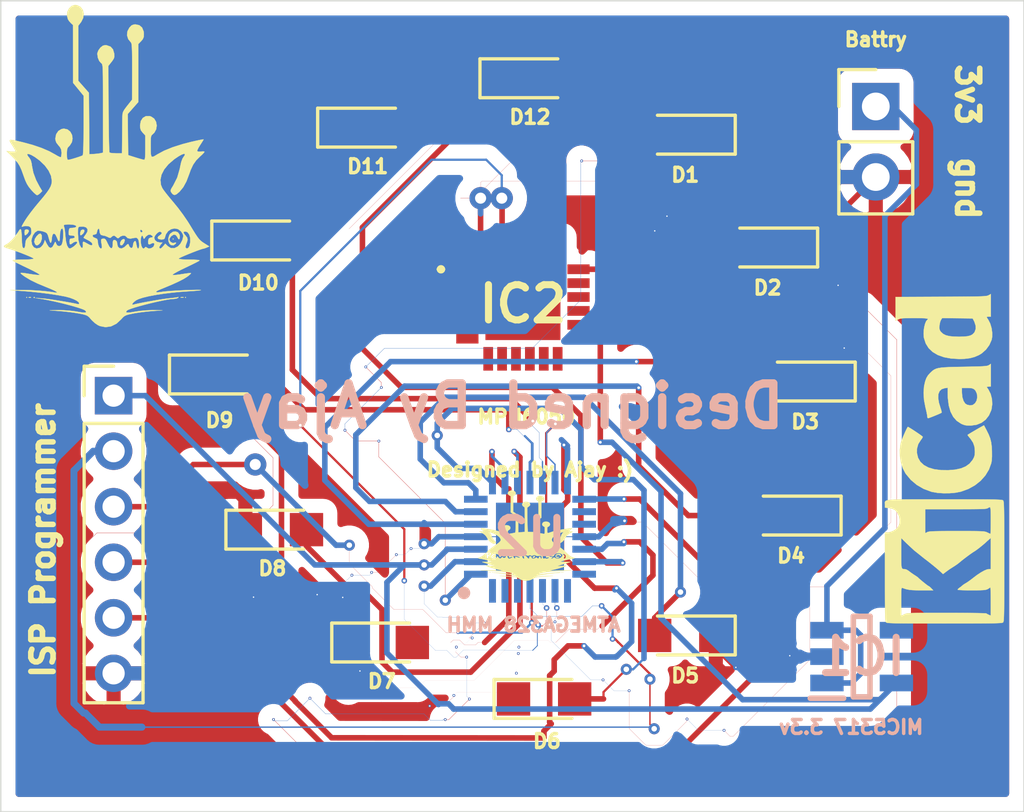
<source format=kicad_pcb>
(kicad_pcb (version 20171130) (host pcbnew "(5.1.10)-1")
  (layers (0 F.Cu signal) (31 B.Cu signal) (34 B.Paste user) (35 F.Paste user) (36 B.SilkS user) (37 F.SilkS user) (38 B.Mask user) (39 F.Mask user) (44 Edge.Cuts user))
  (net 0 "")
  (net 1 GPIO1)
  (net 2 GND)
  (net 3 GPIO2)
  (net 4 GPIO3)
  (net 5 GPIO4)
  (net 6 GPIO5)
  (net 7 GPIO6)
  (net 8 GPIO7)
  (net 9 GPIO8)
  (net 10 GPIO9)
  (net 11 GPIO10)
  (net 12 GPIO11)
  (net 13 GPIO12)
  (net 14 VCC)
  (net 15 "Net-(IC1-Pad4)")
  (net 16 Vin)
  (net 17 "Net-(IC2-Pad25)")
  (net 18 SDA)
  (net 19 SCL)
  (net 20 "Net-(IC2-Pad22)")
  (net 21 "Net-(IC2-Pad21)")
  (net 22 "Net-(IC2-Pad20)")
  (net 23 "Net-(IC2-Pad19)")
  (net 24 "Net-(IC2-Pad17)")
  (net 25 "Net-(IC2-Pad16)")
  (net 26 "Net-(IC2-Pad15)")
  (net 27 "Net-(IC2-Pad14)")
  (net 28 "Net-(IC2-Pad12)")
  (net 29 "Net-(IC2-Pad11)")
  (net 30 "Net-(IC2-Pad10)")
  (net 31 "Net-(IC2-Pad9)")
  (net 32 "Net-(IC2-Pad8)")
  (net 33 "Net-(IC2-Pad7)")
  (net 34 "Net-(IC2-Pad6)")
  (net 35 "Net-(IC2-Pad5)")
  (net 36 "Net-(IC2-Pad4)")
  (net 37 "Net-(IC2-Pad3)")
  (net 38 "Net-(IC2-Pad2)")
  (net 39 "Net-(IC2-Pad1)")
  (net 40 SCK)
  (net 41 MISO)
  (net 42 MOSI)
  (net 43 RST)
  (net 44 "Net-(U2-Pad28)")
  (net 45 "Net-(U2-Pad27)")
  (net 46 "Net-(U2-Pad26)")
  (net 47 "Net-(U2-Pad22)")
  (net 48 "Net-(U2-Pad21)")
  (net 49 "Net-(U2-Pad17)")
  (net 50 "Net-(U2-Pad16)")
  (module LOGI:logo_ultra (layer F.Cu) (at 128.143 68.834)
    (fp_text reference G*** hide)
    (fp_text value LOGO hide)
  )
  (module LOGI:l11 (layer F.Cu) (at 113.03 55.626)
    (fp_text reference G*** hide)
    (fp_text value LOGO hide)
  )
  (module Symbol:Symbol_KiCAD-Logo_CopperAndSilkScreenTop (layer F.Cu) (at 143.002 66.04 90)
    (fp_text reference REF** hide)
    (fp_text value "KiCAD Logo" hide)
  )
  (module LEDs:LED_0805 (layer F.Cu) (at 122.936 72.644)
    (fp_text reference D7 (at 0 1.397) (layer F.SilkS) (effects (font (size 0.5 0.5) (thickness 0.125))))
    (fp_text value LED hide)
    (pad 2 smd rect (at 1.1 0 180) (size 1.2 1.2) (layers F.Cu F.Paste F.Mask) (net 8 GPIO7))
    (pad 1 smd rect (at -1.1 0 180) (size 1.2 1.2) (layers F.Cu F.Paste F.Mask) (net 2 GND))
  )
  (module ATMEGA328MMH:QFN45P400X400X100-29N-D (layer B.Cu) (at 128.27 68.834)
    (fp_text reference U2 (at 0 0) (layer B.SilkS) (effects (font (size 1.27 1.27) (thickness 0.254)) (justify mirror)))
    (fp_text value ATmega328P-MMH hide)
    (pad 29 smd rect (at 0 0) (size 2.45 2.45) (layers B.Cu B.Paste B.Mask) (net 2 GND))
    (pad 28 smd rect (at -1.35 1.95) (size 0.25 0.85) (layers B.Cu B.Paste B.Mask) (net 44 "Net-(U2-Pad28)"))
    (pad 27 smd rect (at -0.9 1.95) (size 0.25 0.85) (layers B.Cu B.Paste B.Mask) (net 45 "Net-(U2-Pad27)"))
    (pad 26 smd rect (at -0.45 1.95) (size 0.25 0.85) (layers B.Cu B.Paste B.Mask) (net 46 "Net-(U2-Pad26)"))
    (pad 25 smd rect (at 0 1.95) (size 0.25 0.85) (layers B.Cu B.Paste B.Mask) (net 43 RST))
    (pad 24 smd rect (at 0.45 1.95) (size 0.25 0.85) (layers B.Cu B.Paste B.Mask) (net 19 SCL))
    (pad 23 smd rect (at 0.9 1.95) (size 0.25 0.85) (layers B.Cu B.Paste B.Mask) (net 18 SDA))
    (pad 22 smd rect (at 1.35 1.95) (size 0.25 0.85) (layers B.Cu B.Paste B.Mask) (net 47 "Net-(U2-Pad22)"))
    (pad 21 smd rect (at 1.95 1.35 270) (size 0.25 0.85) (layers B.Cu B.Paste B.Mask) (net 48 "Net-(U2-Pad21)"))
    (pad 20 smd rect (at 1.95 0.9 270) (size 0.25 0.85) (layers B.Cu B.Paste B.Mask) (net 13 GPIO12))
    (pad 19 smd rect (at 1.95 0.45 270) (size 0.25 0.85) (layers B.Cu B.Paste B.Mask) (net 12 GPIO11))
    (pad 18 smd rect (at 1.95 0 270) (size 0.25 0.85) (layers B.Cu B.Paste B.Mask) (net 2 GND))
    (pad 17 smd rect (at 1.95 -0.45 270) (size 0.25 0.85) (layers B.Cu B.Paste B.Mask) (net 49 "Net-(U2-Pad17)"))
    (pad 16 smd rect (at 1.95 -0.9 270) (size 0.25 0.85) (layers B.Cu B.Paste B.Mask) (net 50 "Net-(U2-Pad16)"))
    (pad 15 smd rect (at 1.95 -1.35 270) (size 0.25 0.85) (layers B.Cu B.Paste B.Mask) (net 40 SCK))
    (pad 14 smd rect (at 1.35 -1.95) (size 0.25 0.85) (layers B.Cu B.Paste B.Mask) (net 41 MISO))
    (pad 13 smd rect (at 0.9 -1.95) (size 0.25 0.85) (layers B.Cu B.Paste B.Mask) (net 42 MOSI))
    (pad 12 smd rect (at 0.45 -1.95) (size 0.25 0.85) (layers B.Cu B.Paste B.Mask) (net 11 GPIO10))
    (pad 11 smd rect (at 0 -1.95) (size 0.25 0.85) (layers B.Cu B.Paste B.Mask) (net 10 GPIO9))
    (pad 10 smd rect (at -0.45 -1.95) (size 0.25 0.85) (layers B.Cu B.Paste B.Mask) (net 9 GPIO8))
    (pad 9 smd rect (at -0.9 -1.95) (size 0.25 0.85) (layers B.Cu B.Paste B.Mask) (net 8 GPIO7))
    (pad 8 smd rect (at -1.35 -1.95) (size 0.25 0.85) (layers B.Cu B.Paste B.Mask) (net 7 GPIO6))
    (pad 7 smd rect (at -1.95 -1.35 270) (size 0.25 0.85) (layers B.Cu B.Paste B.Mask) (net 6 GPIO5))
    (pad 6 smd rect (at -1.95 -0.9 270) (size 0.25 0.85) (layers B.Cu B.Paste B.Mask) (net 5 GPIO4))
    (pad 5 smd rect (at -1.95 -0.45 270) (size 0.25 0.85) (layers B.Cu B.Paste B.Mask) (net 4 GPIO3))
    (pad 4 smd rect (at -1.95 0 270) (size 0.25 0.85) (layers B.Cu B.Paste B.Mask) (net 2 GND))
    (pad 3 smd rect (at -1.95 0.45 270) (size 0.25 0.85) (layers B.Cu B.Paste B.Mask) (net 14 VCC))
    (pad 2 smd rect (at -1.95 0.9 270) (size 0.25 0.85) (layers B.Cu B.Paste B.Mask) (net 3 GPIO2))
    (pad 1 smd rect (at -1.95 1.35 270) (size 0.25 0.85) (layers B.Cu B.Paste B.Mask) (net 1 GPIO1))
  )
  (module Connector_PinHeader_2.00mm:PinHeader_1x06_P2.00mm_Vertical (layer F.Cu) (at 113.284 63.754)
    (fp_text reference J2 hide)
    (fp_text value Conn_01x06_Female)
    (pad 6 thru_hole oval (at 0 10) (size 1.35 1.35) (drill 0.8) (layers *.Cu *.Mask) (net 2 GND))
    (pad 5 thru_hole oval (at 0 8) (size 1.35 1.35) (drill 0.8) (layers *.Cu *.Mask) (net 40 SCK))
    (pad 4 thru_hole oval (at 0 6) (size 1.35 1.35) (drill 0.8) (layers *.Cu *.Mask) (net 41 MISO))
    (pad 3 thru_hole oval (at 0 4) (size 1.35 1.35) (drill 0.8) (layers *.Cu *.Mask) (net 42 MOSI))
    (pad 2 thru_hole oval (at 0 2) (size 1.35 1.35) (drill 0.8) (layers *.Cu *.Mask) (net 43 RST))
    (pad 1 thru_hole rect (at 0 0) (size 1.35 1.35) (drill 0.8) (layers *.Cu *.Mask) (net 14 VCC))
  )
  (module Connector_PinHeader_2.54mm:PinHeader_1x02_P2.54mm_Vertical (layer F.Cu) (at 140.716 53.34)
    (fp_text reference J1 hide)
    (fp_text value Conn_01x02_Male)
    (pad 2 thru_hole oval (at 0 2.54) (size 1.7 1.7) (drill 1) (layers *.Cu *.Mask) (net 2 GND))
    (pad 1 thru_hole rect (at 0 0) (size 1.7 1.7) (drill 1) (layers *.Cu *.Mask) (net 16 Vin))
  )
  (module MPU6050_6AXIS:MPU6050 (layer F.Cu) (at 128.016 60.452)
    (fp_text reference IC2 (at 0 0) (layer F.SilkS) (effects (font (size 1.27 1.27) (thickness 0.254))))
    (fp_text value MPU-6050 hide)
    (pad 25 smd rect (at 0 0 90) (size 2.6 2.7) (layers F.Cu F.Paste F.Mask) (net 17 "Net-(IC2-Pad25)"))
    (pad 24 smd rect (at -1.25 -1.975) (size 0.35 0.85) (layers F.Cu F.Paste F.Mask) (net 18 SDA))
    (pad 23 smd rect (at -0.75 -1.975) (size 0.35 0.85) (layers F.Cu F.Paste F.Mask) (net 19 SCL))
    (pad 22 smd rect (at -0.25 -1.975) (size 0.35 0.85) (layers F.Cu F.Paste F.Mask) (net 20 "Net-(IC2-Pad22)"))
    (pad 21 smd rect (at 0.25 -1.975) (size 0.35 0.85) (layers F.Cu F.Paste F.Mask) (net 21 "Net-(IC2-Pad21)"))
    (pad 20 smd rect (at 0.75 -1.975) (size 0.35 0.85) (layers F.Cu F.Paste F.Mask) (net 22 "Net-(IC2-Pad20)"))
    (pad 19 smd rect (at 1.25 -1.975) (size 0.35 0.85) (layers F.Cu F.Paste F.Mask) (net 23 "Net-(IC2-Pad19)"))
    (pad 18 smd rect (at 2 -1.25 90) (size 0.35 0.8) (layers F.Cu F.Paste F.Mask) (net 2 GND))
    (pad 17 smd rect (at 2 -0.75 90) (size 0.35 0.8) (layers F.Cu F.Paste F.Mask) (net 24 "Net-(IC2-Pad17)"))
    (pad 16 smd rect (at 2 -0.25 90) (size 0.35 0.8) (layers F.Cu F.Paste F.Mask) (net 25 "Net-(IC2-Pad16)"))
    (pad 15 smd rect (at 2 0.25 90) (size 0.35 0.8) (layers F.Cu F.Paste F.Mask) (net 26 "Net-(IC2-Pad15)"))
    (pad 14 smd rect (at 2 0.75 90) (size 0.35 0.8) (layers F.Cu F.Paste F.Mask) (net 27 "Net-(IC2-Pad14)"))
    (pad 13 smd rect (at 2 1.25 90) (size 0.35 0.8) (layers F.Cu F.Paste F.Mask) (net 14 VCC))
    (pad 12 smd rect (at 1.25 1.975) (size 0.35 0.85) (layers F.Cu F.Paste F.Mask) (net 28 "Net-(IC2-Pad12)"))
    (pad 11 smd rect (at 0.75 1.975) (size 0.35 0.85) (layers F.Cu F.Paste F.Mask) (net 29 "Net-(IC2-Pad11)"))
    (pad 10 smd rect (at 0.25 1.975) (size 0.35 0.85) (layers F.Cu F.Paste F.Mask) (net 30 "Net-(IC2-Pad10)"))
    (pad 9 smd rect (at -0.25 1.975) (size 0.35 0.85) (layers F.Cu F.Paste F.Mask) (net 31 "Net-(IC2-Pad9)"))
    (pad 8 smd rect (at -0.75 1.975) (size 0.35 0.85) (layers F.Cu F.Paste F.Mask) (net 32 "Net-(IC2-Pad8)"))
    (pad 7 smd rect (at -1.25 1.975) (size 0.35 0.85) (layers F.Cu F.Paste F.Mask) (net 33 "Net-(IC2-Pad7)"))
    (pad 6 smd rect (at -2 1.25 90) (size 0.35 0.8) (layers F.Cu F.Paste F.Mask) (net 34 "Net-(IC2-Pad6)"))
    (pad 5 smd rect (at -2 0.75 90) (size 0.35 0.8) (layers F.Cu F.Paste F.Mask) (net 35 "Net-(IC2-Pad5)"))
    (pad 4 smd rect (at -2 0.25 90) (size 0.35 0.8) (layers F.Cu F.Paste F.Mask) (net 36 "Net-(IC2-Pad4)"))
    (pad 3 smd rect (at -2 -0.25 90) (size 0.35 0.8) (layers F.Cu F.Paste F.Mask) (net 37 "Net-(IC2-Pad3)"))
    (pad 2 smd rect (at -2 -0.75 90) (size 0.35 0.8) (layers F.Cu F.Paste F.Mask) (net 38 "Net-(IC2-Pad2)"))
    (pad 1 smd rect (at -2 -1.25 90) (size 0.35 0.8) (layers F.Cu F.Paste F.Mask) (net 39 "Net-(IC2-Pad1)"))
  )
  (module MIC5317_3.3:SOT95P280X145-5N (layer B.Cu) (at 140.208 73.152)
    (fp_text reference IC1 (at 0 0) (layer B.SilkS) (effects (font (size 1.27 1.27) (thickness 0.254)) (justify mirror)))
    (fp_text value MIC5317-3.3YD5-TR hide)
    (pad 5 smd rect (at 1.25 0.95 270) (size 0.6 1.2) (layers B.Cu B.Paste B.Mask) (net 14 VCC))
    (pad 4 smd rect (at 1.25 -0.95 270) (size 0.6 1.2) (layers B.Cu B.Paste B.Mask) (net 15 "Net-(IC1-Pad4)"))
    (pad 3 smd rect (at -1.25 -0.95 270) (size 0.6 1.2) (layers B.Cu B.Paste B.Mask) (net 16 Vin))
    (pad 2 smd rect (at -1.25 0 270) (size 0.6 1.2) (layers B.Cu B.Paste B.Mask) (net 2 GND))
    (pad 1 smd rect (at -1.25 0.95 270) (size 0.6 1.2) (layers B.Cu B.Paste B.Mask) (net 16 Vin))
  )
  (module LEDs:LED_0805 (layer F.Cu) (at 128.27 52.324)
    (fp_text reference D12 (at 0 1.397) (layer F.SilkS) (effects (font (size 0.5 0.5) (thickness 0.125))))
    (fp_text value LED hide)
    (pad 2 smd rect (at 1.1 0 180) (size 1.2 1.2) (layers F.Cu F.Paste F.Mask) (net 13 GPIO12))
    (pad 1 smd rect (at -1.1 0 180) (size 1.2 1.2) (layers F.Cu F.Paste F.Mask) (net 2 GND))
  )
  (module LEDs:LED_0805 (layer F.Cu) (at 122.428 54.102)
    (fp_text reference D11 (at 0 1.397) (layer F.SilkS) (effects (font (size 0.5 0.5) (thickness 0.125))))
    (fp_text value LED hide)
    (pad 2 smd rect (at 1.1 0 180) (size 1.2 1.2) (layers F.Cu F.Paste F.Mask) (net 12 GPIO11))
    (pad 1 smd rect (at -1.1 0 180) (size 1.2 1.2) (layers F.Cu F.Paste F.Mask) (net 2 GND))
  )
  (module LEDs:LED_0805 (layer F.Cu) (at 118.618 58.166)
    (fp_text reference D10 (at -0.127 1.524) (layer F.SilkS) (effects (font (size 0.5 0.5) (thickness 0.125))))
    (fp_text value LED hide)
    (pad 2 smd rect (at 1.1 0 180) (size 1.2 1.2) (layers F.Cu F.Paste F.Mask) (net 11 GPIO10))
    (pad 1 smd rect (at -1.1 0 180) (size 1.2 1.2) (layers F.Cu F.Paste F.Mask) (net 2 GND))
  )
  (module LEDs:LED_0805 (layer F.Cu) (at 117.094 62.992)
    (fp_text reference D9 (at 0 1.651) (layer F.SilkS) (effects (font (size 0.5 0.5) (thickness 0.125))))
    (fp_text value LED hide)
    (pad 2 smd rect (at 1.1 0 180) (size 1.2 1.2) (layers F.Cu F.Paste F.Mask) (net 10 GPIO9))
    (pad 1 smd rect (at -1.1 0 180) (size 1.2 1.2) (layers F.Cu F.Paste F.Mask) (net 2 GND))
  )
  (module LEDs:LED_0805 (layer F.Cu) (at 119.126 68.58)
    (fp_text reference D8 (at -0.127 1.397) (layer F.SilkS) (effects (font (size 0.5 0.5) (thickness 0.125))))
    (fp_text value LED hide)
    (pad 2 smd rect (at 1.1 0 180) (size 1.2 1.2) (layers F.Cu F.Paste F.Mask) (net 9 GPIO8))
    (pad 1 smd rect (at -1.1 0 180) (size 1.2 1.2) (layers F.Cu F.Paste F.Mask) (net 2 GND))
  )
  (module LEDs:LED_0805 (layer F.Cu) (at 128.778 74.676)
    (fp_text reference D6 (at 0.102 1.524) (layer F.SilkS) (effects (font (size 0.5 0.5) (thickness 0.125))))
    (fp_text value LED hide)
    (pad 2 smd rect (at 1.1 0 180) (size 1.2 1.2) (layers F.Cu F.Paste F.Mask) (net 7 GPIO6))
    (pad 1 smd rect (at -1.1 0 180) (size 1.2 1.2) (layers F.Cu F.Paste F.Mask) (net 2 GND))
  )
  (module LEDs:LED_0805 (layer F.Cu) (at 133.858 72.39 180)
    (fp_text reference D5 (at 0 -1.45) (layer F.SilkS) (effects (font (size 0.5 0.5) (thickness 0.125))))
    (fp_text value LED hide)
    (pad 2 smd rect (at 1.1 0) (size 1.2 1.2) (layers F.Cu F.Paste F.Mask) (net 6 GPIO5))
    (pad 1 smd rect (at -1.1 0) (size 1.2 1.2) (layers F.Cu F.Paste F.Mask) (net 2 GND))
  )
  (module LEDs:LED_0805 (layer F.Cu) (at 137.668 68.072 180)
    (fp_text reference D4 (at 0 -1.45) (layer F.SilkS) (effects (font (size 0.5 0.5) (thickness 0.125))))
    (fp_text value LED hide)
    (pad 2 smd rect (at 1.1 0) (size 1.2 1.2) (layers F.Cu F.Paste F.Mask) (net 5 GPIO4))
    (pad 1 smd rect (at -1.1 0) (size 1.2 1.2) (layers F.Cu F.Paste F.Mask) (net 2 GND))
  )
  (module LEDs:LED_0805 (layer F.Cu) (at 138.176 63.246 180)
    (fp_text reference D3 (at 0 -1.45) (layer F.SilkS) (effects (font (size 0.5 0.5) (thickness 0.125))))
    (fp_text value LED hide)
    (pad 2 smd rect (at 1.1 0) (size 1.2 1.2) (layers F.Cu F.Paste F.Mask) (net 4 GPIO3))
    (pad 1 smd rect (at -1.1 0) (size 1.2 1.2) (layers F.Cu F.Paste F.Mask) (net 2 GND))
  )
  (module LEDs:LED_0805 (layer F.Cu) (at 136.822 58.42 180)
    (fp_text reference D2 (at 0 -1.45) (layer F.SilkS) (effects (font (size 0.5 0.5) (thickness 0.125))))
    (fp_text value LED hide)
    (pad 2 smd rect (at 1.1 0) (size 1.2 1.2) (layers F.Cu F.Paste F.Mask) (net 3 GPIO2))
    (pad 1 smd rect (at -1.1 0) (size 1.2 1.2) (layers F.Cu F.Paste F.Mask) (net 2 GND))
  )
  (module LEDs:LED_0805 (layer F.Cu) (at 133.858 54.356 180)
    (fp_text reference D1 (at 0 -1.45) (layer F.SilkS) (effects (font (size 0.5 0.5) (thickness 0.125))))
    (fp_text value LED hide)
    (pad 2 smd rect (at 1.1 0) (size 1.2 1.2) (layers F.Cu F.Paste F.Mask) (net 1 GPIO1))
    (pad 1 smd rect (at -1.1 0) (size 1.2 1.2) (layers F.Cu F.Paste F.Mask) (net 2 GND))
  )
  (gr_text "Designed By Ajay" (at 127.635 64.135) (layer B.SilkS) (effects (font (size 1.5 1.5) (thickness 0.3)) (justify mirror)))
  (gr_text "Designed by Ajay :)" (at 128.27 66.421) (layer F.SilkS) (effects (font (size 0.5 0.5) (thickness 0.125))))
  (gr_text "ATMEGA328 MMH" (at 128.397 72.009) (layer B.SilkS) (effects (font (size 0.5 0.5) (thickness 0.125)) (justify mirror)))
  (gr_text MPU6050 (at 128.143 64.516) (layer F.SilkS) (effects (font (size 0.5 0.5) (thickness 0.125))))
  (gr_text "3v3  gnd\n" (at 144.018 54.61 270) (layer F.SilkS) (effects (font (size 0.8 0.8) (thickness 0.2))))
  (gr_text Battry (at 140.716 50.927) (layer F.SilkS) (effects (font (size 0.5 0.5) (thickness 0.125))))
  (gr_text "MIC5317 3.3v\n" (at 139.827 75.692) (layer B.SilkS) (effects (font (size 0.5 0.5) (thickness 0.125)) (justify mirror)))
  (gr_text "ISP Programmer" (at 110.744 68.961 90) (layer F.SilkS) (effects (font (size 0.8 0.8) (thickness 0.2))))
  (gr_line (start 146.05 49.53) (end 109.22 49.53) (layer Edge.Cuts) (width 0.05))
  (gr_line (start 146.05 78.74) (end 146.05 49.53) (layer Edge.Cuts) (width 0.05))
  (gr_line (start 109.22 78.74) (end 146.05 78.74) (layer Edge.Cuts) (width 0.05))
  (gr_line (start 109.22 49.53) (end 109.22 78.74) (layer Edge.Cuts) (width 0.05))
  (via (at 127.78 73.75) (size 0.1) (drill 0.05) (layers F.Cu B.Cu) (net 0))
  (via (at 127.85 73.04) (size 0.1) (drill 0.05) (layers F.Cu B.Cu) (net 0))
  (via (at 127.87 72.81) (size 0.1) (drill 0.05) (layers F.Cu B.Cu) (net 0))
  (via (at 125.53 74.55) (size 0.1) (drill 0.05) (layers F.Cu B.Cu) (net 2))
  (via (at 124.66 74.93) (size 0.1) (drill 0.05) (layers F.Cu B.Cu) (net 2))
  (via (at 122.15 73.67) (size 0.1) (drill 0.05) (layers F.Cu B.Cu) (net 2))
  (via (at 121.53 71.02) (size 0.1) (drill 0.05) (layers F.Cu B.Cu) (net 2))
  (via (at 121.86 70.22) (size 0.1) (drill 0.05) (layers F.Cu B.Cu) (net 2))
  (via (at 122.57 70.12) (size 0.1) (drill 0.05) (layers F.Cu B.Cu) (net 2))
  (via (at 123.46 69.48) (size 0.1) (drill 0.05) (layers F.Cu B.Cu) (net 2))
  (via (at 123.99 69.26) (size 0.1) (drill 0.05) (layers F.Cu B.Cu) (net 2))
  (via (at 122.83 65.39) (size 0.1) (drill 0.05) (layers F.Cu B.Cu) (net 1))
  (via (at 130.13 55.3) (size 0.1) (drill 0.05) (layers F.Cu B.Cu) (net 1))
  (via (at 121.61 65) (size 0.1) (drill 0.05) (layers F.Cu B.Cu) (net 1))
  (via (at 125.222 71.12) (size 0.4) (drill 0.2) (layers F.Cu B.Cu) (net 1))
  (segment (start 126.158 70.184) (end 125.222 71.12) (width 0.2) (layer B.Cu) (net 1))
  (segment (start 126.32 70.184) (end 126.158 70.184) (width 0.2) (layer B.Cu) (net 1))
  (segment (start 125.222 71.12) (end 125.222 68.352) (width 0.01) (layer F.Cu) (net 1))
  (segment (start 122.83 65.96) (end 122.83 65.39) (width 0.01) (layer F.Cu) (net 1))
  (segment (start 125.222 68.352) (end 122.83 65.96) (width 0.01) (layer F.Cu) (net 1))
  (segment (start 122 65.39) (end 121.61 65) (width 0.01) (layer F.Cu) (net 1))
  (segment (start 122.83 65.39) (end 122 65.39) (width 0.01) (layer F.Cu) (net 1))
  (segment (start 121.61 65) (end 121.61 64.77) (width 0.01) (layer B.Cu) (net 1))
  (segment (start 122.8 63.58) (end 122.81 63.57) (width 0.01) (layer B.Cu) (net 1))
  (segment (start 121.61 64.77) (end 122.8 63.58) (width 0.01) (layer B.Cu) (net 1))
  (segment (start 122.92 63.46) (end 122.8 63.58) (width 0.01) (layer B.Cu) (net 1))
  (segment (start 122.92 63.28) (end 122.36 62.72) (width 0.01) (layer F.Cu) (net 1))
  (segment (start 122.92 63.46) (end 122.92 63.28) (width 0.01) (layer F.Cu) (net 1))
  (via (at 122.36 62.72) (size 0.1) (drill 0.05) (layers F.Cu B.Cu) (net 1))
  (via (at 122.92 63.46) (size 0.1) (drill 0.05) (layers F.Cu B.Cu) (net 1))
  (segment (start 130.1 55.33) (end 130.13 55.3) (width 0.01) (layer B.Cu) (net 1))
  (segment (start 130.1 60.301329) (end 130.1 55.33) (width 0.01) (layer B.Cu) (net 1))
  (segment (start 128.351329 62.05) (end 130.1 60.301329) (width 0.01) (layer B.Cu) (net 1))
  (segment (start 123.03 62.05) (end 128.351329 62.05) (width 0.01) (layer B.Cu) (net 1))
  (segment (start 122.36 62.72) (end 123.03 62.05) (width 0.01) (layer B.Cu) (net 1))
  (segment (start 131.814 55.3) (end 132.758 54.356) (width 0.01) (layer F.Cu) (net 1))
  (segment (start 130.13 55.3) (end 131.814 55.3) (width 0.01) (layer F.Cu) (net 1))
  (via (at 120.61 70.92) (size 0.1) (drill 0.05) (layers F.Cu B.Cu) (net 2))
  (via (at 118.32 71.01) (size 0.1) (drill 0.05) (layers F.Cu B.Cu) (net 2))
  (via (at 139.36 59.78) (size 0.1) (drill 0.05) (layers F.Cu B.Cu) (net 2))
  (via (at 139.58 62.04) (size 0.1) (drill 0.05) (layers F.Cu B.Cu) (net 2))
  (via (at 135.68 73.54) (size 0.1) (drill 0.05) (layers F.Cu B.Cu) (net 2))
  (via (at 132.76 57.82) (size 0.1) (drill 0.05) (layers F.Cu B.Cu) (net 2))
  (via (at 133.2 57.29) (size 0.1) (drill 0.05) (layers F.Cu B.Cu) (net 2))
  (via (at 137.62 73.12) (size 0.1) (drill 0.05) (layers F.Cu B.Cu) (net 2))
  (via (at 131.6736 68.2625) (size 0.2) (drill 0.1) (layers F.Cu B.Cu) (net 2))
  (via (at 124.46 69.088) (size 0.4) (drill 0.2) (layers F.Cu B.Cu) (net 2))
  (segment (start 124.734002 69.088) (end 124.46 69.088) (width 0.2) (layer B.Cu) (net 2))
  (segment (start 124.988002 68.834) (end 124.734002 69.088) (width 0.2) (layer B.Cu) (net 2))
  (segment (start 126.32 68.834) (end 124.988002 68.834) (width 0.2) (layer B.Cu) (net 2))
  (segment (start 131.315803 68.2625) (end 131.6736 68.2625) (width 0.2) (layer B.Cu) (net 2))
  (segment (start 130.744303 68.834) (end 131.315803 68.2625) (width 0.2) (layer B.Cu) (net 2))
  (segment (start 130.22 68.834) (end 130.744303 68.834) (width 0.2) (layer B.Cu) (net 2))
  (segment (start 134.958 54.356) (end 135.816 54.356) (width 0.2) (layer F.Cu) (net 2))
  (segment (start 137.922 56.462) (end 137.922 58.42) (width 0.2) (layer F.Cu) (net 2))
  (segment (start 135.816 54.356) (end 137.922 56.462) (width 0.2) (layer F.Cu) (net 2))
  (segment (start 137.652 73.152) (end 137.62 73.12) (width 0.2) (layer B.Cu) (net 2))
  (segment (start 138.958 73.152) (end 137.652 73.152) (width 0.2) (layer B.Cu) (net 2))
  (segment (start 137.62 70.930687) (end 138.04 70.510687) (width 0.2) (layer F.Cu) (net 2))
  (segment (start 137.62 73.12) (end 137.62 70.930687) (width 0.2) (layer F.Cu) (net 2))
  (segment (start 138.04 70.510687) (end 138.04 69.97) (width 0.2) (layer F.Cu) (net 2))
  (segment (start 138.768 69.242) (end 138.768 68.072) (width 0.2) (layer F.Cu) (net 2))
  (segment (start 138.04 69.97) (end 138.768 69.242) (width 0.2) (layer F.Cu) (net 2))
  (segment (start 138.768 63.754) (end 139.276 63.246) (width 0.2) (layer F.Cu) (net 2))
  (segment (start 138.768 68.072) (end 138.768 63.754) (width 0.2) (layer F.Cu) (net 2))
  (segment (start 130.016 59.202) (end 131.788 59.202) (width 0.2) (layer F.Cu) (net 2))
  (segment (start 132.76 57.73) (end 133.2 57.29) (width 0.2) (layer B.Cu) (net 2))
  (segment (start 132.76 57.82) (end 132.76 57.73) (width 0.2) (layer B.Cu) (net 2))
  (segment (start 131.788 58.792) (end 132.76 57.82) (width 0.2) (layer F.Cu) (net 2))
  (segment (start 131.788 59.202) (end 131.788 58.792) (width 0.2) (layer F.Cu) (net 2))
  (segment (start 134.958 55.532) (end 133.241406 57.248594) (width 0.2) (layer F.Cu) (net 2))
  (segment (start 134.958 54.356) (end 134.958 55.532) (width 0.2) (layer F.Cu) (net 2))
  (segment (start 138.176 58.42) (end 140.716 55.88) (width 0.2) (layer F.Cu) (net 2))
  (segment (start 137.922 58.42) (end 138.176 58.42) (width 0.2) (layer F.Cu) (net 2))
  (segment (start 134.958 72.818) (end 135.68 73.54) (width 0.2) (layer F.Cu) (net 2))
  (segment (start 134.958 72.39) (end 134.958 72.818) (width 0.2) (layer F.Cu) (net 2))
  (segment (start 137.264 73.54) (end 137.652 73.152) (width 0.2) (layer B.Cu) (net 2))
  (segment (start 135.68 73.54) (end 137.264 73.54) (width 0.2) (layer B.Cu) (net 2))
  (segment (start 113.284 73.754) (end 112.814 73.754) (width 0.01) (layer B.Cu) (net 2))
  (segment (start 113.284 73.754) (end 112.364 73.754) (width 0.01) (layer F.Cu) (net 2))
  (segment (start 112.364 73.754) (end 112.1 73.49) (width 0.01) (layer F.Cu) (net 2))
  (segment (start 112.1 73.49) (end 112.1 69.28) (width 0.01) (layer F.Cu) (net 2))
  (segment (start 112.1 69.28) (end 112.68 68.7) (width 0.01) (layer F.Cu) (net 2))
  (segment (start 117.906 68.7) (end 118.026 68.58) (width 0.01) (layer F.Cu) (net 2))
  (segment (start 112.68 68.7) (end 117.906 68.7) (width 0.01) (layer F.Cu) (net 2))
  (segment (start 118.026 68.58) (end 118.14 68.58) (width 0.01) (layer F.Cu) (net 2))
  (segment (start 118.14 68.58) (end 119.020989 67.699011) (width 0.01) (layer F.Cu) (net 2))
  (segment (start 119.020989 67.699011) (end 119.020989 65.990339) (width 0.01) (layer F.Cu) (net 2))
  (segment (start 119.020989 65.990339) (end 117.58065 64.55) (width 0.01) (layer F.Cu) (net 2))
  (segment (start 117.58065 64.55) (end 116.41 64.55) (width 0.01) (layer F.Cu) (net 2))
  (segment (start 115.994 64.134) (end 115.994 62.992) (width 0.01) (layer F.Cu) (net 2))
  (segment (start 116.41 64.55) (end 115.994 64.134) (width 0.01) (layer F.Cu) (net 2))
  (segment (start 115.994 59.69) (end 117.518 58.166) (width 0.01) (layer F.Cu) (net 2))
  (segment (start 115.994 62.992) (end 115.994 59.69) (width 0.01) (layer F.Cu) (net 2))
  (segment (start 117.518 58.166) (end 117.518 55.772) (width 0.01) (layer F.Cu) (net 2))
  (segment (start 119.188 54.102) (end 121.328 54.102) (width 0.01) (layer F.Cu) (net 2))
  (segment (start 117.518 55.772) (end 119.188 54.102) (width 0.01) (layer F.Cu) (net 2))
  (segment (start 121.328 54.102) (end 121.328 53.242) (width 0.01) (layer F.Cu) (net 2))
  (segment (start 122.246 52.324) (end 127.17 52.324) (width 0.01) (layer F.Cu) (net 2))
  (segment (start 121.328 53.242) (end 122.246 52.324) (width 0.01) (layer F.Cu) (net 2))
  (segment (start 134.958 72.39) (end 134.958 70.948) (width 0.005) (layer F.Cu) (net 2))
  (segment (start 134.958 70.948) (end 132.32 68.31) (width 0.005) (layer F.Cu) (net 2))
  (segment (start 131.7211 68.31) (end 131.6736 68.2625) (width 0.005) (layer F.Cu) (net 2))
  (segment (start 132.32 68.31) (end 131.7211 68.31) (width 0.005) (layer F.Cu) (net 2))
  (segment (start 139.276 62.344) (end 139.58 62.04) (width 0.005) (layer F.Cu) (net 2))
  (segment (start 139.276 63.246) (end 139.276 62.344) (width 0.005) (layer F.Cu) (net 2))
  (segment (start 139.282 59.78) (end 137.922 58.42) (width 0.005) (layer F.Cu) (net 2))
  (segment (start 139.36 59.78) (end 139.282 59.78) (width 0.005) (layer F.Cu) (net 2))
  (segment (start 139.58 60) (end 139.36 59.78) (width 0.005) (layer B.Cu) (net 2))
  (segment (start 139.58 62.04) (end 139.58 60) (width 0.005) (layer B.Cu) (net 2))
  (segment (start 121.836 72.644) (end 121.836 72.276) (width 0.005) (layer F.Cu) (net 2))
  (segment (start 121.836 72.146) (end 120.61 70.92) (width 0.005) (layer F.Cu) (net 2))
  (segment (start 121.836 72.644) (end 121.836 72.146) (width 0.005) (layer F.Cu) (net 2))
  (segment (start 118.32 68.874) (end 118.026 68.58) (width 0.005) (layer F.Cu) (net 2))
  (segment (start 118.32 71.01) (end 118.32 68.874) (width 0.005) (layer F.Cu) (net 2))
  (segment (start 120.52 71.01) (end 120.61 70.92) (width 0.005) (layer B.Cu) (net 2))
  (segment (start 118.32 71.01) (end 120.52 71.01) (width 0.005) (layer B.Cu) (net 2))
  (segment (start 126.32 68.834) (end 130.22 68.834) (width 0.03) (layer B.Cu) (net 2))
  (segment (start 121.53 70.55) (end 121.86 70.22) (width 0.005) (layer B.Cu) (net 2))
  (segment (start 121.53 71.02) (end 121.53 70.55) (width 0.005) (layer B.Cu) (net 2))
  (segment (start 122.50251 70.22) (end 122.57 70.15251) (width 0.005) (layer B.Cu) (net 2))
  (segment (start 121.86 70.22) (end 122.50251 70.22) (width 0.005) (layer B.Cu) (net 2))
  (segment (start 122.82 70.12) (end 123.46 69.48) (width 0.005) (layer F.Cu) (net 2))
  (segment (start 122.57 70.12) (end 122.82 70.12) (width 0.005) (layer F.Cu) (net 2))
  (segment (start 123.77 69.48) (end 123.99 69.26) (width 0.005) (layer B.Cu) (net 2))
  (segment (start 123.46 69.48) (end 123.77 69.48) (width 0.005) (layer B.Cu) (net 2))
  (segment (start 124.288 69.26) (end 124.46 69.088) (width 0.005) (layer B.Cu) (net 2))
  (segment (start 123.99 69.26) (end 124.288 69.26) (width 0.005) (layer B.Cu) (net 2))
  (segment (start 121.43 70.92) (end 121.53 71.02) (width 0.005) (layer B.Cu) (net 2))
  (segment (start 120.61 70.92) (end 121.43 70.92) (width 0.005) (layer B.Cu) (net 2))
  (segment (start 125.18481 74.93) (end 125.53 74.58481) (width 0.005) (layer F.Cu) (net 2))
  (segment (start 124.66 74.93) (end 125.18481 74.93) (width 0.005) (layer F.Cu) (net 2))
  (segment (start 122.15 72.958) (end 121.836 72.644) (width 0.001) (layer F.Cu) (net 2))
  (segment (start 122.15 73.67) (end 122.15 72.958) (width 0.001) (layer F.Cu) (net 2))
  (segment (start 122.15 73.67) (end 122.15 74) (width 0.001) (layer B.Cu) (net 2))
  (segment (start 124.58551 75.00449) (end 124.633258 74.956742) (width 0.001) (layer B.Cu) (net 2))
  (segment (start 123.15449 75.00449) (end 124.58551 75.00449) (width 0.001) (layer B.Cu) (net 2))
  (segment (start 122.15 74) (end 123.15449 75.00449) (width 0.001) (layer B.Cu) (net 2))
  (segment (start 125.650501 74.429499) (end 125.53 74.55) (width 0.001) (layer F.Cu) (net 2))
  (segment (start 127.431499 74.429499) (end 125.650501 74.429499) (width 0.001) (layer F.Cu) (net 2))
  (segment (start 127.678 74.676) (end 127.431499 74.429499) (width 0.001) (layer F.Cu) (net 2))
  (via (at 125.62 72.81) (size 0.1) (drill 0.05) (layers F.Cu B.Cu) (net 3))
  (via (at 125.99 73.17) (size 0.1) (drill 0.05) (layers F.Cu B.Cu) (net 3))
  (via (at 126.62 71.94) (size 0.1) (drill 0.05) (layers F.Cu B.Cu) (net 3))
  (via (at 126.19 72.48) (size 0.1) (drill 0.05) (layers F.Cu B.Cu) (net 3))
  (via (at 125.22 75.42) (size 0.1) (drill 0.05) (layers F.Cu B.Cu) (net 3))
  (via (at 126.09 74.68) (size 0.1) (drill 0.05) (layers F.Cu B.Cu) (net 3))
  (via (at 120.35 74.65) (size 0.1) (drill 0.05) (layers F.Cu B.Cu) (net 3))
  (via (at 124.46 70.612) (size 0.4) (drill 0.2) (layers F.Cu B.Cu) (net 3))
  (segment (start 125.571998 69.734) (end 126.32 69.734) (width 0.2) (layer B.Cu) (net 3))
  (segment (start 124.693998 70.612) (end 125.571998 69.734) (width 0.2) (layer B.Cu) (net 3))
  (segment (start 124.46 70.612) (end 124.693998 70.612) (width 0.2) (layer B.Cu) (net 3))
  (segment (start 119.53801 75.46199) (end 119.04 75.46199) (width 0.01) (layer B.Cu) (net 3))
  (segment (start 120.35 74.65) (end 119.53801 75.46199) (width 0.01) (layer B.Cu) (net 3))
  (segment (start 141.46961 61.73961) (end 141.46961 75.78039) (width 0.01) (layer F.Cu) (net 3))
  (segment (start 140.25 60.52) (end 141.46961 61.73961) (width 0.01) (layer F.Cu) (net 3))
  (via (at 119.04 75.41699) (size 0.1) (drill 0.05) (layers F.Cu B.Cu) (net 3))
  (segment (start 136.18 60.52) (end 140.25 60.52) (width 0.01) (layer F.Cu) (net 3))
  (segment (start 135.722 58.42) (end 135.722 60.062) (width 0.01) (layer F.Cu) (net 3))
  (segment (start 120.81301 77.19) (end 119.04 75.41699) (width 0.01) (layer F.Cu) (net 3))
  (segment (start 140.06 77.19) (end 120.81301 77.19) (width 0.01) (layer F.Cu) (net 3))
  (segment (start 135.722 60.062) (end 136.18 60.52) (width 0.01) (layer F.Cu) (net 3))
  (segment (start 141.46961 75.78039) (end 140.06 77.19) (width 0.01) (layer F.Cu) (net 3))
  (segment (start 125.35 75.42) (end 126.09 74.68) (width 0.01) (layer F.Cu) (net 3))
  (segment (start 125.22 75.42) (end 125.35 75.42) (width 0.01) (layer F.Cu) (net 3))
  (segment (start 124.46 70.84) (end 124.44 70.86) (width 0.005) (layer B.Cu) (net 3))
  (segment (start 124.46 70.612) (end 124.46 70.84) (width 0.005) (layer B.Cu) (net 3))
  (segment (start 124.46 71.249702) (end 124.940298 71.73) (width 0.005) (layer B.Cu) (net 3))
  (segment (start 124.46 70.612) (end 124.46 71.249702) (width 0.005) (layer B.Cu) (net 3))
  (segment (start 125.12 71.73) (end 125.13 71.74) (width 0.005) (layer B.Cu) (net 3))
  (segment (start 124.940298 71.73) (end 125.12 71.73) (width 0.005) (layer B.Cu) (net 3))
  (segment (start 125.13 71.74) (end 125.92 71.74) (width 0.005) (layer B.Cu) (net 3))
  (segment (start 125.92 71.74) (end 126.22589 72.04589) (width 0.005) (layer B.Cu) (net 3))
  (segment (start 126.33178 71.94) (end 126.22589 72.04589) (width 0.005) (layer B.Cu) (net 3))
  (segment (start 126.62 71.94) (end 126.33178 71.94) (width 0.005) (layer B.Cu) (net 3))
  (segment (start 126.18 72.48) (end 126.174109 72.485891) (width 0.005) (layer F.Cu) (net 3))
  (segment (start 126.19 72.48) (end 126.18 72.48) (width 0.005) (layer F.Cu) (net 3))
  (segment (start 126.085891 72.485891) (end 126.08 72.48) (width 0.005) (layer F.Cu) (net 3))
  (segment (start 126.174109 72.485891) (end 126.085891 72.485891) (width 0.005) (layer F.Cu) (net 3))
  (segment (start 126.62 71.94) (end 126.08 72.48) (width 0.005) (layer F.Cu) (net 3))
  (segment (start 125.99 74.58) (end 125.99 73.170911) (width 0.005) (layer B.Cu) (net 3))
  (segment (start 126.09 74.68) (end 125.99 74.58) (width 0.005) (layer B.Cu) (net 3))
  (segment (start 125.99 73.17) (end 125.78 73.17) (width 0.005) (layer F.Cu) (net 3))
  (segment (start 126.11109 72.52891) (end 126.19 72.52891) (width 0.001) (layer B.Cu) (net 3))
  (segment (start 125.951099 72.688901) (end 126.11109 72.52891) (width 0.001) (layer B.Cu) (net 3))
  (segment (start 125.59 72.97) (end 125.59 72.98) (width 0.001) (layer F.Cu) (net 3))
  (segment (start 125.62 72.94) (end 125.59 72.97) (width 0.001) (layer F.Cu) (net 3))
  (segment (start 125.78 73.17) (end 125.59 72.98) (width 0.005) (layer F.Cu) (net 3))
  (segment (start 125.62 72.94) (end 125.62 72.81) (width 0.001) (layer F.Cu) (net 3))
  (segment (start 125.62 72.81) (end 125.69 72.74) (width 0.001) (layer B.Cu) (net 3))
  (segment (start 125.69 72.74) (end 125.69 72.71) (width 0.001) (layer B.Cu) (net 3))
  (segment (start 125.701099 72.698901) (end 125.69 72.71) (width 0.001) (layer B.Cu) (net 3))
  (segment (start 125.701099 72.688901) (end 125.701099 72.698901) (width 0.001) (layer B.Cu) (net 3))
  (segment (start 125.701099 72.688901) (end 125.951099 72.688901) (width 0.001) (layer B.Cu) (net 3))
  (segment (start 125.14929 75.42) (end 125.22 75.42) (width 0.01) (layer B.Cu) (net 3))
  (segment (start 125.12429 75.445) (end 125.14929 75.42) (width 0.01) (layer B.Cu) (net 3))
  (segment (start 124.685 75.445) (end 125.12429 75.445) (width 0.01) (layer B.Cu) (net 3))
  (segment (start 124.45 75.21) (end 124.685 75.445) (width 0.01) (layer B.Cu) (net 3))
  (segment (start 120.91 75.21) (end 124.45 75.21) (width 0.01) (layer B.Cu) (net 3))
  (segment (start 120.35 74.65) (end 120.91 75.21) (width 0.01) (layer B.Cu) (net 3))
  (via (at 132.09778 62.52718) (size 0.2) (drill 0.1) (layers F.Cu B.Cu) (net 4))
  (segment (start 124.518 68.384) (end 124.46 68.326) (width 0.2) (layer B.Cu) (net 4))
  (segment (start 126.32 68.384) (end 124.518 68.384) (width 0.2) (layer B.Cu) (net 4))
  (segment (start 137.076 63.246) (end 133.65734 63.246) (width 0.2) (layer F.Cu) (net 4))
  (segment (start 132.93852 62.52718) (end 132.09778 62.52718) (width 0.2) (layer F.Cu) (net 4))
  (segment (start 133.65734 63.246) (end 132.93852 62.52718) (width 0.2) (layer F.Cu) (net 4))
  (segment (start 120.88622 66.802) (end 120.88622 64.89446) (width 0.2) (layer B.Cu) (net 4))
  (segment (start 124.518 68.384) (end 122.46822 68.384) (width 0.2) (layer B.Cu) (net 4))
  (segment (start 122.46822 68.384) (end 120.88622 66.802) (width 0.2) (layer B.Cu) (net 4))
  (segment (start 120.88622 64.89446) (end 123.2535 62.52718) (width 0.2) (layer B.Cu) (net 4))
  (segment (start 123.2535 62.52718) (end 132.09778 62.52718) (width 0.2) (layer B.Cu) (net 4))
  (via (at 132.1816 63.46952) (size 0.2) (drill 0.1) (layers F.Cu B.Cu) (net 5))
  (segment (start 136.568 68.072) (end 133.96722 68.072) (width 0.2) (layer F.Cu) (net 5))
  (segment (start 132.1816 66.28638) (end 132.1816 63.46952) (width 0.2) (layer F.Cu) (net 5))
  (segment (start 133.96722 68.072) (end 132.1816 66.28638) (width 0.2) (layer F.Cu) (net 5))
  (segment (start 123.752571 63.412409) (end 132.124489 63.412409) (width 0.2) (layer B.Cu) (net 5))
  (segment (start 122.00128 67.0687) (end 122.00128 65.1637) (width 0.2) (layer B.Cu) (net 5))
  (segment (start 122.49658 67.564) (end 122.00128 67.0687) (width 0.2) (layer B.Cu) (net 5))
  (segment (start 125.222 67.564) (end 122.49658 67.564) (width 0.2) (layer B.Cu) (net 5))
  (segment (start 125.592 67.934) (end 125.222 67.564) (width 0.2) (layer B.Cu) (net 5))
  (segment (start 132.124489 63.412409) (end 132.1816 63.46952) (width 0.2) (layer B.Cu) (net 5))
  (segment (start 122.00128 65.1637) (end 123.752571 63.412409) (width 0.2) (layer B.Cu) (net 5))
  (segment (start 126.32 67.934) (end 125.592 67.934) (width 0.2) (layer B.Cu) (net 5))
  (segment (start 126.32 67.484) (end 126.318 67.484) (width 0.2) (layer B.Cu) (net 6))
  (segment (start 132.758 71.75669) (end 133.68679 70.8279) (width 0.2) (layer F.Cu) (net 6))
  (via (at 133.68679 70.8279) (size 0.4) (drill 0.2) (layers F.Cu B.Cu) (net 6))
  (segment (start 132.758 72.39) (end 132.758 71.75669) (width 0.2) (layer F.Cu) (net 6))
  (segment (start 125.21692 63.81242) (end 130.216832 63.81242) (width 0.2) (layer B.Cu) (net 6))
  (segment (start 124.3203 64.70904) (end 125.21692 63.81242) (width 0.2) (layer B.Cu) (net 6))
  (segment (start 126.32 67.484) (end 126.32 67.159) (width 0.2) (layer B.Cu) (net 6))
  (segment (start 125.1712 66.8909) (end 124.3203 66.04) (width 0.2) (layer B.Cu) (net 6))
  (segment (start 124.3203 66.04) (end 124.3203 64.70904) (width 0.2) (layer B.Cu) (net 6))
  (segment (start 126.0519 66.8909) (end 125.1712 66.8909) (width 0.2) (layer B.Cu) (net 6))
  (segment (start 133.68679 67.282378) (end 133.68679 70.8279) (width 0.2) (layer B.Cu) (net 6))
  (segment (start 130.216832 63.81242) (end 133.68679 67.282378) (width 0.2) (layer B.Cu) (net 6))
  (segment (start 126.32 67.159) (end 126.0519 66.8909) (width 0.2) (layer B.Cu) (net 6))
  (via (at 124.93244 65.18656) (size 0.4) (drill 0.2) (layers F.Cu B.Cu) (net 7))
  (segment (start 126.92 66.884) (end 126.92 66.628) (width 0.2) (layer B.Cu) (net 7))
  (via (at 131.7371 73.6092) (size 0.4) (drill 0.2) (layers F.Cu B.Cu) (net 7))
  (segment (start 129.878 74.676) (end 130.91668 74.676) (width 0.2) (layer F.Cu) (net 7))
  (segment (start 126.92 66.884) (end 126.41128 66.37528) (width 0.2) (layer B.Cu) (net 7))
  (segment (start 126.41128 66.37528) (end 125.6792 66.37528) (width 0.2) (layer B.Cu) (net 7))
  (segment (start 124.93244 65.62852) (end 124.93244 65.18656) (width 0.2) (layer B.Cu) (net 7))
  (segment (start 125.6792 66.37528) (end 124.93244 65.62852) (width 0.2) (layer B.Cu) (net 7))
  (segment (start 132.373601 67.161959) (end 132.373601 73.219079) (width 0.2) (layer B.Cu) (net 7))
  (segment (start 130.10134 66.289641) (end 130.589338 66.777639) (width 0.2) (layer B.Cu) (net 7))
  (segment (start 131.989281 66.777639) (end 132.373601 67.161959) (width 0.2) (layer B.Cu) (net 7))
  (segment (start 130.10134 64.9732) (end 130.10134 66.289641) (width 0.2) (layer B.Cu) (net 7))
  (segment (start 130.589338 66.777639) (end 131.989281 66.777639) (width 0.2) (layer B.Cu) (net 7))
  (segment (start 129.34057 64.21243) (end 130.10134 64.9732) (width 0.2) (layer B.Cu) (net 7))
  (segment (start 125.467885 64.21243) (end 129.34057 64.21243) (width 0.2) (layer B.Cu) (net 7))
  (segment (start 124.93244 64.747875) (end 125.467885 64.21243) (width 0.2) (layer B.Cu) (net 7))
  (segment (start 124.93244 65.18656) (end 124.93244 64.747875) (width 0.2) (layer B.Cu) (net 7))
  (segment (start 130.91668 74.42962) (end 131.7371 73.6092) (width 0.08) (layer F.Cu) (net 7))
  (segment (start 130.91668 74.676) (end 130.91668 74.42962) (width 0.08) (layer F.Cu) (net 7))
  (segment (start 131.98348 73.6092) (end 132.373601 73.219079) (width 0.08) (layer B.Cu) (net 7))
  (segment (start 131.7371 73.6092) (end 131.98348 73.6092) (width 0.08) (layer B.Cu) (net 7))
  (via (at 126.90094 65.77076) (size 0.2) (drill 0.1) (layers F.Cu B.Cu) (net 8))
  (segment (start 127.37 66.664) (end 127.345001 66.639001) (width 0.2) (layer B.Cu) (net 8))
  (segment (start 127.37 66.884) (end 127.37 66.664) (width 0.2) (layer B.Cu) (net 8))
  (segment (start 127.37 66.686) (end 127.394999 66.661001) (width 0.2) (layer B.Cu) (net 8))
  (segment (start 127.37 66.884) (end 127.37 66.686) (width 0.2) (layer B.Cu) (net 8))
  (segment (start 126.6375 72.644) (end 127.507999 71.773501) (width 0.2) (layer F.Cu) (net 8))
  (segment (start 127.507999 71.773501) (end 127.507999 67.113684) (width 0.2) (layer F.Cu) (net 8))
  (segment (start 127.37 66.62082) (end 127.345001 66.595821) (width 0.2) (layer B.Cu) (net 8))
  (segment (start 127.37 66.884) (end 127.37 66.62082) (width 0.2) (layer B.Cu) (net 8))
  (segment (start 127.37 66.884) (end 127.37 66.41) (width 0.1) (layer B.Cu) (net 8))
  (segment (start 126.90094 65.94094) (end 126.90094 65.77076) (width 0.1) (layer B.Cu) (net 8))
  (segment (start 127.37 66.41) (end 126.90094 65.94094) (width 0.1) (layer B.Cu) (net 8))
  (segment (start 127.507999 67.113684) (end 127.413284 67.113684) (width 0.2) (layer F.Cu) (net 8))
  (segment (start 126.90094 66.60134) (end 126.90094 65.77076) (width 0.2) (layer F.Cu) (net 8))
  (segment (start 127.413284 67.113684) (end 126.90094 66.60134) (width 0.2) (layer F.Cu) (net 8))
  (segment (start 126.590599 72.690901) (end 126.6375 72.644) (width 0.005) (layer F.Cu) (net 8))
  (segment (start 125.741201 72.557499) (end 125.502501 72.557499) (width 0.005) (layer F.Cu) (net 8))
  (segment (start 125.916203 72.732501) (end 125.741201 72.557499) (width 0.005) (layer F.Cu) (net 8))
  (segment (start 126.311201 72.732501) (end 125.916203 72.732501) (width 0.005) (layer F.Cu) (net 8))
  (segment (start 126.399702 72.644) (end 126.311201 72.732501) (width 0.005) (layer F.Cu) (net 8))
  (segment (start 126.6375 72.644) (end 126.399702 72.644) (width 0.005) (layer F.Cu) (net 8))
  (segment (start 125.416 72.644) (end 125.414 72.644) (width 0.005) (layer F.Cu) (net 8))
  (segment (start 125.502501 72.557499) (end 125.416 72.644) (width 0.005) (layer F.Cu) (net 8))
  (segment (start 125.414 72.644) (end 125.415258 72.644) (width 0.001) (layer F.Cu) (net 8))
  (segment (start 124.036 72.644) (end 125.414 72.644) (width 0.001) (layer F.Cu) (net 8))
  (via (at 127.70104 65.76314) (size 0.2) (drill 0.1) (layers F.Cu B.Cu) (net 9))
  (segment (start 127.82 66.606) (end 127.795001 66.581001) (width 0.2) (layer B.Cu) (net 9))
  (segment (start 127.82 66.884) (end 127.82 66.606) (width 0.2) (layer B.Cu) (net 9))
  (segment (start 127.82 66.606) (end 127.844999 66.581001) (width 0.2) (layer B.Cu) (net 9))
  (segment (start 127.82 65.8821) (end 127.70104 65.76314) (width 0.1) (layer B.Cu) (net 9))
  (segment (start 127.82 66.884) (end 127.82 65.8821) (width 0.1) (layer B.Cu) (net 9))
  (segment (start 127.90801 71.93919) (end 127.90801 65.97011) (width 0.2) (layer F.Cu) (net 9))
  (segment (start 123.30938 73.7108) (end 126.1364 73.7108) (width 0.2) (layer F.Cu) (net 9))
  (segment (start 127.90801 65.97011) (end 127.70104 65.76314) (width 0.2) (layer F.Cu) (net 9))
  (segment (start 122.94362 73.34504) (end 123.30938 73.7108) (width 0.2) (layer F.Cu) (net 9))
  (segment (start 126.1364 73.7108) (end 127.90801 71.93919) (width 0.2) (layer F.Cu) (net 9))
  (segment (start 122.94362 71.45528) (end 122.94362 73.34504) (width 0.2) (layer F.Cu) (net 9))
  (segment (start 122.10034 70.612) (end 122.94362 71.45528) (width 0.2) (layer F.Cu) (net 9))
  (segment (start 121.666 70.612) (end 122.10034 70.612) (width 0.2) (layer F.Cu) (net 9))
  (segment (start 120.226 69.172) (end 121.666 70.612) (width 0.2) (layer F.Cu) (net 9))
  (segment (start 120.226 68.58) (end 120.226 69.172) (width 0.2) (layer F.Cu) (net 9))
  (segment (start 118.194 62.992) (end 118.194 63.584) (width 0.2) (layer F.Cu) (net 10))
  (segment (start 128.351041 65.480961) (end 128.351041 65.473341) (width 0.08) (layer B.Cu) (net 10))
  (segment (start 128.351041 65.473341) (end 128.087041 65.209341) (width 0.08) (layer B.Cu) (net 10))
  (segment (start 128.087041 65.209341) (end 128.042643 65.209341) (width 0.01) (layer B.Cu) (net 10))
  (segment (start 128.042643 65.209341) (end 127.806502 64.9732) (width 0.01) (layer B.Cu) (net 10))
  (segment (start 127.806502 64.9732) (end 127.508 64.9732) (width 0.01) (layer B.Cu) (net 10))
  (via (at 127.508 64.9732) (size 0.2) (drill 0.1) (layers F.Cu B.Cu) (net 10))
  (segment (start 128.27 66.884) (end 128.27 66.156182) (width 0.1) (layer B.Cu) (net 10))
  (segment (start 128.27 66.156182) (end 128.351041 66.075141) (width 0.1) (layer B.Cu) (net 10))
  (segment (start 128.351041 66.075141) (end 128.351041 65.480961) (width 0.1) (layer B.Cu) (net 10))
  (segment (start 120.142 64.262) (end 127.311685 64.262) (width 0.2) (layer F.Cu) (net 10))
  (segment (start 118.872 62.992) (end 120.142 64.262) (width 0.2) (layer F.Cu) (net 10))
  (segment (start 118.194 62.992) (end 118.872 62.992) (width 0.2) (layer F.Cu) (net 10))
  (segment (start 127.508 64.458315) (end 127.311685 64.262) (width 0.2) (layer F.Cu) (net 10))
  (segment (start 127.508 64.9732) (end 127.508 64.458315) (width 0.2) (layer F.Cu) (net 10))
  (via (at 128.3716 64.6684) (size 0.2) (drill 0.1) (layers F.Cu B.Cu) (net 11))
  (segment (start 127.673675 63.86199) (end 120.75799 63.86199) (width 0.2) (layer F.Cu) (net 11))
  (segment (start 119.718 62.822) (end 119.718 58.166) (width 0.2) (layer F.Cu) (net 11))
  (segment (start 120.75799 63.86199) (end 119.718 62.822) (width 0.2) (layer F.Cu) (net 11))
  (segment (start 128.72 66.884) (end 128.72 66.60938) (width 0.2) (layer B.Cu) (net 11))
  (segment (start 128.72 66.60938) (end 128.695001 66.584381) (width 0.2) (layer B.Cu) (net 11))
  (segment (start 128.695001 66.859001) (end 128.72 66.884) (width 0.2) (layer B.Cu) (net 11))
  (segment (start 128.72 66.884) (end 128.72 66.132367) (width 0.05) (layer B.Cu) (net 11))
  (segment (start 128.3716 64.852602) (end 128.3716 64.6684) (width 0.01) (layer B.Cu) (net 11))
  (segment (start 128.606051 65.087053) (end 128.3716 64.852602) (width 0.01) (layer B.Cu) (net 11))
  (segment (start 128.606051 65.990134) (end 128.606051 65.087053) (width 0.01) (layer B.Cu) (net 11))
  (segment (start 128.72 66.104083) (end 128.606051 65.990134) (width 0.01) (layer B.Cu) (net 11))
  (segment (start 128.72 66.132367) (end 128.72 66.104083) (width 0.01) (layer B.Cu) (net 11))
  (segment (start 127.673675 63.970475) (end 127.673675 63.86199) (width 0.2) (layer F.Cu) (net 11))
  (segment (start 128.3716 64.6684) (end 127.673675 63.970475) (width 0.2) (layer F.Cu) (net 11))
  (via (at 131.65074 69.01942) (size 0.2) (drill 0.1) (layers F.Cu B.Cu) (net 12))
  (segment (start 123.528 54.102) (end 123.528 54.78) (width 0.2) (layer F.Cu) (net 12))
  (segment (start 130.860002 69.284) (end 130.22 69.284) (width 0.2) (layer B.Cu) (net 12))
  (segment (start 131.065123 69.078879) (end 130.860002 69.284) (width 0.2) (layer B.Cu) (net 12))
  (segment (start 131.642081 69.078879) (end 131.065123 69.078879) (width 0.2) (layer B.Cu) (net 12))
  (segment (start 131.65074 69.07022) (end 131.642081 69.078879) (width 0.2) (layer B.Cu) (net 12))
  (segment (start 131.65074 69.01942) (end 131.65074 69.07022) (width 0.2) (layer B.Cu) (net 12))
  (segment (start 132.216425 69.01942) (end 131.65074 69.01942) (width 0.2) (layer F.Cu) (net 12))
  (segment (start 132.69468 70.222668) (end 132.69468 69.497675) (width 0.2) (layer F.Cu) (net 12))
  (segment (start 130.867708 72.04964) (end 132.69468 70.222668) (width 0.2) (layer F.Cu) (net 12))
  (segment (start 132.69468 69.497675) (end 132.216425 69.01942) (width 0.2) (layer F.Cu) (net 12))
  (segment (start 119.325999 65.864001) (end 119.325999 71.874001) (width 0.2) (layer F.Cu) (net 12))
  (segment (start 117.293999 63.832001) (end 119.325999 65.864001) (width 0.2) (layer F.Cu) (net 12))
  (segment (start 119.325999 71.874001) (end 121.734298 74.2823) (width 0.2) (layer F.Cu) (net 12))
  (segment (start 117.293999 62.151999) (end 117.293999 63.832001) (width 0.2) (layer F.Cu) (net 12))
  (segment (start 118.817999 60.627999) (end 117.293999 62.151999) (width 0.2) (layer F.Cu) (net 12))
  (segment (start 118.817999 57.325999) (end 118.817999 60.627999) (width 0.2) (layer F.Cu) (net 12))
  (segment (start 118.877999 57.265999) (end 118.817999 57.325999) (width 0.2) (layer F.Cu) (net 12))
  (segment (start 120.364001 57.265999) (end 118.877999 57.265999) (width 0.2) (layer F.Cu) (net 12))
  (segment (start 123.528 54.102) (end 120.364001 57.265999) (width 0.2) (layer F.Cu) (net 12))
  (segment (start 129.675141 72.163419) (end 130.703679 72.163419) (width 0.005) (layer F.Cu) (net 12))
  (segment (start 130.703679 72.163419) (end 130.842583 72.024515) (width 0.005) (layer F.Cu) (net 12))
  (segment (start 121.734298 74.2823) (end 124.2277 74.2823) (width 0.001) (layer F.Cu) (net 12))
  (segment (start 124.2277 74.2823) (end 124.49869 74.01131) (width 0.001) (layer F.Cu) (net 12))
  (segment (start 126.260875 74.01131) (end 126.43691 73.835274) (width 0.001) (layer F.Cu) (net 12))
  (segment (start 124.49869 74.01131) (end 126.260875 74.01131) (width 0.001) (layer F.Cu) (net 12))
  (segment (start 127.712685 72.559499) (end 128.919499 72.559499) (width 0.001) (layer F.Cu) (net 12))
  (segment (start 126.43691 73.835274) (end 127.712685 72.559499) (width 0.001) (layer F.Cu) (net 12))
  (segment (start 128.919499 72.559499) (end 129 72.64) (width 0.001) (layer F.Cu) (net 12))
  (segment (start 129.19856 72.64) (end 129.20428 72.63428) (width 0.001) (layer F.Cu) (net 12))
  (segment (start 129.20428 72.63428) (end 129.675141 72.163419) (width 0.005) (layer F.Cu) (net 12))
  (segment (start 129 72.64) (end 129.19856 72.64) (width 0.001) (layer F.Cu) (net 12))
  (segment (start 129.1971 72.64146) (end 129.20428 72.63428) (width 0.005) (layer F.Cu) (net 12))
  (via (at 131.60502 69.77888) (size 0.2) (drill 0.1) (layers F.Cu B.Cu) (net 13))
  (segment (start 131.56014 69.734) (end 130.22 69.734) (width 0.2) (layer B.Cu) (net 13))
  (segment (start 131.60502 69.77888) (end 131.56014 69.734) (width 0.2) (layer B.Cu) (net 13))
  (segment (start 125.349 54.5846) (end 127.9094 54.5846) (width 0.2) (layer F.Cu) (net 13))
  (segment (start 127.9094 54.5846) (end 129.37 53.124) (width 0.2) (layer F.Cu) (net 13))
  (segment (start 131.60502 69.77888) (end 131.039335 69.77888) (width 0.2) (layer F.Cu) (net 13))
  (segment (start 131.039335 69.77888) (end 130.101331 68.840876) (width 0.2) (layer F.Cu) (net 13))
  (segment (start 129.0828 63.45428) (end 123.63704 63.45428) (width 0.2) (layer F.Cu) (net 13))
  (segment (start 123.63704 63.45428) (end 122.24004 62.05728) (width 0.2) (layer F.Cu) (net 13))
  (segment (start 129.37 53.124) (end 129.37 52.324) (width 0.2) (layer F.Cu) (net 13))
  (segment (start 130.101331 68.840876) (end 130.101331 64.472811) (width 0.2) (layer F.Cu) (net 13))
  (segment (start 122.24004 57.69356) (end 125.349 54.5846) (width 0.2) (layer F.Cu) (net 13))
  (segment (start 130.101331 64.472811) (end 129.0828 63.45428) (width 0.2) (layer F.Cu) (net 13))
  (segment (start 122.24004 62.05728) (end 122.24004 57.69356) (width 0.2) (layer F.Cu) (net 13))
  (via (at 124.46 69.85) (size 0.4) (drill 0.2) (layers F.Cu B.Cu) (net 14))
  (segment (start 126.32 69.284) (end 125.28 69.284) (width 0.2) (layer B.Cu) (net 14))
  (segment (start 125.28 69.304002) (end 124.734002 69.85) (width 0.2) (layer B.Cu) (net 14))
  (segment (start 124.734002 69.85) (end 124.46 69.85) (width 0.2) (layer B.Cu) (net 14))
  (segment (start 125.28 69.284) (end 125.28 69.304002) (width 0.2) (layer B.Cu) (net 14))
  (segment (start 140.857999 74.702001) (end 141.458 74.102) (width 0.2) (layer B.Cu) (net 14))
  (segment (start 140.857999 74.702001) (end 135.923939 74.702001) (width 0.2) (layer B.Cu) (net 14))
  (segment (start 132.98678 67.1957) (end 131.22402 65.43294) (width 0.2) (layer B.Cu) (net 14))
  (segment (start 130.616 61.702) (end 130.80135 61.88735) (width 0.2) (layer F.Cu) (net 14))
  (segment (start 130.80135 61.88735) (end 130.80135 65.43294) (width 0.2) (layer F.Cu) (net 14))
  (segment (start 130.016 61.702) (end 130.616 61.702) (width 0.2) (layer F.Cu) (net 14))
  (segment (start 131.22402 65.43294) (end 130.80135 65.43294) (width 0.2) (layer B.Cu) (net 14))
  (segment (start 135.923939 74.702001) (end 132.98678 71.764842) (width 0.2) (layer B.Cu) (net 14))
  (segment (start 132.98678 71.764842) (end 132.98678 67.1957) (width 0.2) (layer B.Cu) (net 14))
  (via (at 130.80135 65.43294) (size 0.2) (drill 0.1) (layers F.Cu B.Cu) (net 14))
  (segment (start 113.284 63.754) (end 114.42954 63.754) (width 0.2) (layer B.Cu) (net 14))
  (segment (start 120.52554 69.85) (end 124.46 69.85) (width 0.2) (layer B.Cu) (net 14))
  (segment (start 114.42954 63.754) (end 120.52554 69.85) (width 0.2) (layer B.Cu) (net 14))
  (segment (start 140.857999 74.702001) (end 140.52 75.04) (width 0.2) (layer B.Cu) (net 14))
  (segment (start 123.12142 70.47738) (end 123.7488 69.85) (width 0.2) (layer B.Cu) (net 14))
  (segment (start 125.520001 75.04) (end 125.520001 75.031999) (width 0.2) (layer B.Cu) (net 14))
  (segment (start 140.52 75.04) (end 125.520001 75.04) (width 0.2) (layer B.Cu) (net 14))
  (segment (start 124.976749 74.875249) (end 123.12142 73.01992) (width 0.2) (layer B.Cu) (net 14))
  (segment (start 125.338001 74.849999) (end 125.001999 74.849999) (width 0.2) (layer B.Cu) (net 14))
  (segment (start 123.7488 69.85) (end 124.46 69.85) (width 0.2) (layer B.Cu) (net 14))
  (segment (start 123.12142 73.01992) (end 123.12142 70.47738) (width 0.2) (layer B.Cu) (net 14))
  (segment (start 125.001999 74.849999) (end 124.976749 74.875249) (width 0.2) (layer B.Cu) (net 14))
  (segment (start 125.520001 75.031999) (end 125.338001 74.849999) (width 0.2) (layer B.Cu) (net 14))
  (segment (start 138.958 74.102) (end 139.83712 74.102) (width 0.2) (layer B.Cu) (net 16))
  (segment (start 139.83712 74.102) (end 140.17244 73.76668) (width 0.2) (layer B.Cu) (net 16))
  (segment (start 140.17244 73.76668) (end 140.17244 72.37984) (width 0.2) (layer B.Cu) (net 16))
  (segment (start 139.9946 72.202) (end 138.958 72.202) (width 0.2) (layer B.Cu) (net 16))
  (segment (start 140.17244 72.37984) (end 139.9946 72.202) (width 0.2) (layer B.Cu) (net 16))
  (segment (start 138.958 72.202) (end 138.958 70.60978) (width 0.2) (layer B.Cu) (net 16))
  (segment (start 138.958 70.60978) (end 141.04366 68.52412) (width 0.2) (layer B.Cu) (net 16))
  (segment (start 141.04366 68.52412) (end 141.04366 57.27954) (width 0.2) (layer B.Cu) (net 16))
  (segment (start 141.04366 57.27954) (end 142.1765 56.1467) (width 0.2) (layer B.Cu) (net 16))
  (segment (start 142.1765 56.1467) (end 142.1765 54.18328) (width 0.2) (layer B.Cu) (net 16))
  (segment (start 141.33322 53.34) (end 140.716 53.34) (width 0.2) (layer B.Cu) (net 16))
  (segment (start 142.1765 54.18328) (end 141.33322 53.34) (width 0.2) (layer B.Cu) (net 16))
  (segment (start 128.415998 58.928) (end 129.032 58.928) (width 0.25) (layer F.Cu) (net 17))
  (segment (start 127.519999 59.823999) (end 128.415998 58.928) (width 0.25) (layer F.Cu) (net 17))
  (segment (start 127.52 60.509) (end 127.519999 59.823999) (width 0.25) (layer F.Cu) (net 17))
  (via (at 129.17 71.9) (size 0.1) (drill 0.05) (layers F.Cu B.Cu) (net 18))
  (via (at 130.8989 73.9902) (size 0.1) (drill 0.05) (layers F.Cu B.Cu) (net 18))
  (via (at 135.255 75.8063) (size 0.1) (drill 0.05) (layers F.Cu B.Cu) (net 18))
  (via (at 126.492 56.642) (size 0.8) (drill 0.4) (layers F.Cu B.Cu) (net 18))
  (segment (start 126.492 58.203) (end 126.492 56.642) (width 0.2) (layer F.Cu) (net 18))
  (segment (start 126.766 58.477) (end 126.492 58.203) (width 0.2) (layer F.Cu) (net 18))
  (segment (start 126.492 56.642) (end 126.492 57.207685) (width 0.2) (layer B.Cu) (net 18))
  (segment (start 129.17 71.004) (end 129.289999 71.123999) (width 0.01) (layer B.Cu) (net 18))
  (segment (start 129.17 70.784) (end 129.17 71.004) (width 0.01) (layer B.Cu) (net 18))
  (segment (start 129.2098 71.3994) (end 129.17 71.3596) (width 0.01) (layer B.Cu) (net 18))
  (segment (start 129.2352 71.3994) (end 129.2098 71.3994) (width 0.01) (layer B.Cu) (net 18))
  (segment (start 129.17 71.3596) (end 129.17 70.784) (width 0.01) (layer B.Cu) (net 18))
  (via (at 129.2352 71.3994) (size 0.2) (drill 0.1) (layers F.Cu B.Cu) (net 18))
  (segment (start 126.279813 56.642) (end 129.795312 53.126501) (width 0.005) (layer F.Cu) (net 18))
  (segment (start 130.132001 53.126501) (end 130.172501 53.086001) (width 0.005) (layer F.Cu) (net 18))
  (segment (start 129.795312 53.126501) (end 130.132001 53.126501) (width 0.005) (layer F.Cu) (net 18))
  (segment (start 128.607999 51.521499) (end 128.567499 51.561999) (width 0.005) (layer F.Cu) (net 18))
  (segment (start 128.567499 53.498689) (end 127.784098 54.28209) (width 0.005) (layer F.Cu) (net 18))
  (segment (start 130.132001 51.521499) (end 128.607999 51.521499) (width 0.005) (layer F.Cu) (net 18))
  (segment (start 128.567499 51.561999) (end 128.567499 53.498689) (width 0.005) (layer F.Cu) (net 18))
  (segment (start 130.172501 51.561999) (end 130.132001 51.521499) (width 0.005) (layer F.Cu) (net 18))
  (segment (start 130.172501 53.086001) (end 130.172501 51.561999) (width 0.005) (layer F.Cu) (net 18))
  (segment (start 127.784098 54.28209) (end 125.223697 54.28209) (width 0.005) (layer F.Cu) (net 18))
  (segment (start 125.223697 54.28209) (end 121.7549 57.750887) (width 0.005) (layer F.Cu) (net 18))
  (segment (start 125.7681 56.642) (end 126.279813 56.642) (width 0.005) (layer F.Cu) (net 18))
  (segment (start 126.492 56.642) (end 125.7681 56.642) (width 0.005) (layer F.Cu) (net 18))
  (segment (start 126.492 56.076315) (end 126.535915 56.0324) (width 0.005) (layer F.Cu) (net 18))
  (segment (start 126.492 56.642) (end 126.492 56.076315) (width 0.005) (layer F.Cu) (net 18))
  (segment (start 126.535915 56.0324) (end 131.5974 56.0324) (width 0.005) (layer F.Cu) (net 18))
  (segment (start 131.5974 56.0324) (end 133.8834 58.3184) (width 0.005) (layer F.Cu) (net 18))
  (segment (start 133.8834 58.3184) (end 133.8834 60.2107) (width 0.005) (layer F.Cu) (net 18))
  (segment (start 133.8834 60.2107) (end 135.4836 61.8109) (width 0.005) (layer F.Cu) (net 18))
  (segment (start 135.4836 61.8109) (end 140.0302 61.8109) (width 0.005) (layer F.Cu) (net 18))
  (segment (start 140.0302 61.8109) (end 141.2621 63.0428) (width 0.005) (layer F.Cu) (net 18))
  (segment (start 141.2621 63.0428) (end 141.2621 68.3133) (width 0.005) (layer F.Cu) (net 18))
  (segment (start 141.2621 68.3133) (end 138.938 70.6374) (width 0.005) (layer F.Cu) (net 18))
  (segment (start 138.938 70.6374) (end 138.3411 70.6374) (width 0.005) (layer F.Cu) (net 18))
  (segment (start 138.3411 70.6374) (end 138.3411 73.2663) (width 0.005) (layer F.Cu) (net 18))
  (segment (start 138.3411 73.2663) (end 135.5852 76.0222) (width 0.005) (layer F.Cu) (net 18))
  (segment (start 135.4709 76.0222) (end 135.255 75.8063) (width 0.005) (layer F.Cu) (net 18))
  (segment (start 135.5852 76.0222) (end 135.4709 76.0222) (width 0.005) (layer F.Cu) (net 18))
  (segment (start 130.8989 73.9902) (end 130.4544 73.9902) (width 0.005) (layer B.Cu) (net 18))
  (segment (start 130.4544 73.9902) (end 129.032 72.5678) (width 0.005) (layer B.Cu) (net 18))
  (segment (start 129.032 72.5678) (end 129.032 71.911911) (width 0.005) (layer B.Cu) (net 18))
  (segment (start 129.2352 71.710727) (end 129.2352 71.3994) (width 0.005) (layer F.Cu) (net 18))
  (segment (start 129.168613 71.777314) (end 129.2352 71.710727) (width 0.005) (layer F.Cu) (net 18))
  (segment (start 129.17 71.778701) (end 129.168613 71.777314) (width 0.005) (layer F.Cu) (net 18))
  (segment (start 129.17 71.9) (end 129.17 71.778701) (width 0.005) (layer F.Cu) (net 18))
  (segment (start 129.032 71.911911) (end 129.17 71.911911) (width 0.005) (layer B.Cu) (net 18))
  (segment (start 133.039709 76.352511) (end 133.9215 75.47072) (width 0.005) (layer F.Cu) (net 18))
  (segment (start 132.451199 76.352511) (end 133.039709 76.352511) (width 0.005) (layer F.Cu) (net 18))
  (segment (start 131.8387 75.740012) (end 132.451199 76.352511) (width 0.005) (layer F.Cu) (net 18))
  (segment (start 130.8989 73.9902) (end 131.28869 74.37999) (width 0.005) (layer B.Cu) (net 18))
  (segment (start 134.32779 75.8063) (end 133.9215 75.40001) (width 0.005) (layer B.Cu) (net 18))
  (segment (start 135.255 75.8063) (end 134.32779 75.8063) (width 0.005) (layer B.Cu) (net 18))
  (segment (start 131.28869 74.37999) (end 131.8387 74.37999) (width 0.005) (layer B.Cu) (net 18))
  (via (at 131.8387 74.37999) (size 0.1) (drill 0.05) (layers F.Cu B.Cu) (net 18))
  (via (at 133.9215 75.40001) (size 0.1) (drill 0.05) (layers F.Cu B.Cu) (net 18))
  (segment (start 131.8387 74.37999) (end 131.8387 75.740012) (width 0.005) (layer F.Cu) (net 18))
  (segment (start 133.9215 75.47072) (end 133.9215 75.40001) (width 0.005) (layer F.Cu) (net 18))
  (via (at 120.0023 64.8208) (size 0.2) (drill 0.1) (layers F.Cu B.Cu) (net 19))
  (via (at 128.5621 72.009) (size 0.2) (drill 0.1) (layers F.Cu B.Cu) (net 19))
  (via (at 128.8669 71.3994) (size 0.2) (drill 0.1) (layers F.Cu B.Cu) (net 19))
  (via (at 127.254 56.642) (size 0.8) (drill 0.4) (layers F.Cu B.Cu) (net 19))
  (segment (start 127.266 56.654) (end 127.254 56.642) (width 0.2) (layer F.Cu) (net 19))
  (segment (start 127.266 58.477) (end 127.266 56.654) (width 0.2) (layer F.Cu) (net 19))
  (segment (start 120.0023 64.8208) (end 120.0023 59.9821) (width 0.08) (layer B.Cu) (net 19))
  (segment (start 120.0023 59.9821) (end 124.7267 55.2577) (width 0.08) (layer B.Cu) (net 19))
  (segment (start 124.7267 55.2577) (end 126.6952 55.2577) (width 0.08) (layer B.Cu) (net 19))
  (segment (start 127.254 55.8165) (end 127.254 56.642) (width 0.08) (layer B.Cu) (net 19))
  (segment (start 126.6952 55.2577) (end 127.254 55.8165) (width 0.08) (layer B.Cu) (net 19))
  (segment (start 128.366599 72.928401) (end 128.535001 72.759999) (width 0.03) (layer B.Cu) (net 19))
  (segment (start 128.648501 72.0471) (end 128.648501 72.009) (width 0.03) (layer F.Cu) (net 19))
  (segment (start 128.648501 72.084001) (end 128.648501 72.009) (width 0.03) (layer B.Cu) (net 19))
  (segment (start 128.535001 72.197501) (end 128.648501 72.084001) (width 0.03) (layer B.Cu) (net 19))
  (segment (start 128.535001 72.759999) (end 128.535001 72.197501) (width 0.03) (layer B.Cu) (net 19))
  (segment (start 128.8669 71.7296) (end 128.8669 71.3994) (width 0.01) (layer F.Cu) (net 19))
  (segment (start 128.8669 71.7677) (end 128.8669 71.7296) (width 0.01) (layer F.Cu) (net 19))
  (segment (start 128.8923 71.7931) (end 128.8669 71.7677) (width 0.01) (layer F.Cu) (net 19))
  (segment (start 128.7272 72.0471) (end 128.648501 72.0471) (width 0.03) (layer F.Cu) (net 19))
  (segment (start 128.7272 72.0471) (end 128.8288 71.9455) (width 0.01) (layer F.Cu) (net 19))
  (segment (start 128.8288 71.9455) (end 128.8288 71.8566) (width 0.01) (layer F.Cu) (net 19))
  (segment (start 128.8288 71.8566) (end 128.8923 71.7931) (width 0.01) (layer F.Cu) (net 19))
  (segment (start 120.0023 64.8208) (end 123.7459 68.5644) (width 0.08) (layer F.Cu) (net 19))
  (segment (start 123.7459 68.5644) (end 123.7459 70.4186) (width 0.08) (layer F.Cu) (net 19))
  (segment (start 128.72 71.2525) (end 128.72 70.784) (width 0.005) (layer B.Cu) (net 19))
  (segment (start 128.8669 71.3994) (end 128.72 71.2525) (width 0.005) (layer B.Cu) (net 19))
  (via (at 123.7459 70.4186) (size 0.2) (drill 0.1) (layers F.Cu B.Cu) (net 19))
  (segment (start 123.7459 70.4186) (end 123.7459 71.80759) (width 0.005) (layer B.Cu) (net 19))
  (segment (start 123.7459 71.80759) (end 124.864155 72.925845) (width 0.005) (layer B.Cu) (net 19))
  (segment (start 124.864155 72.925845) (end 124.866711 72.928401) (width 0.005) (layer B.Cu) (net 19))
  (segment (start 127.368401 72.928401) (end 128.366599 72.928401) (width 0.005) (layer B.Cu) (net 19))
  (segment (start 127.357499 72.917499) (end 127.368401 72.928401) (width 0.005) (layer B.Cu) (net 19))
  (segment (start 125.868799 72.917499) (end 127.357499 72.917499) (width 0.005) (layer B.Cu) (net 19))
  (segment (start 125.606298 73.18) (end 125.868799 72.917499) (width 0.005) (layer B.Cu) (net 19))
  (segment (start 125.53 73.18) (end 125.606298 73.18) (width 0.005) (layer B.Cu) (net 19))
  (segment (start 125.275845 72.925845) (end 125.53 73.18) (width 0.005) (layer B.Cu) (net 19))
  (segment (start 124.864155 72.925845) (end 125.275845 72.925845) (width 0.005) (layer B.Cu) (net 19))
  (via (at 131.65328 67.47764) (size 0.2) (drill 0.1) (layers F.Cu B.Cu) (net 40))
  (segment (start 130.22636 67.47764) (end 130.22 67.484) (width 0.2) (layer B.Cu) (net 40))
  (segment (start 131.65328 67.47764) (end 130.22636 67.47764) (width 0.2) (layer B.Cu) (net 40))
  (segment (start 132.218965 67.47764) (end 136.64 71.898675) (width 0.2) (layer F.Cu) (net 40))
  (segment (start 133.527437 76.655022) (end 121.145662 76.655022) (width 0.2) (layer F.Cu) (net 40))
  (segment (start 136.64 73.542459) (end 133.527437 76.655022) (width 0.2) (layer F.Cu) (net 40))
  (segment (start 136.64 71.898675) (end 136.64 73.542459) (width 0.2) (layer F.Cu) (net 40))
  (segment (start 116.24464 71.754) (end 113.284 71.754) (width 0.2) (layer F.Cu) (net 40))
  (segment (start 121.145662 76.655022) (end 116.24464 71.754) (width 0.2) (layer F.Cu) (net 40))
  (segment (start 131.65328 67.47764) (end 132.218965 67.47764) (width 0.2) (layer F.Cu) (net 40))
  (segment (start 129.62 65.56017) (end 129.40133 65.3415) (width 0.2) (layer B.Cu) (net 41))
  (via (at 129.49174 65.52946) (size 0.2) (drill 0.1) (layers F.Cu B.Cu) (net 41))
  (segment (start 114.82376 69.754) (end 114.3437 69.754) (width 0.2) (layer F.Cu) (net 41))
  (segment (start 119.81688 74.760542) (end 119.81688 74.74712) (width 0.2) (layer F.Cu) (net 41))
  (segment (start 121.13149 76.075152) (end 119.81688 74.760542) (width 0.2) (layer F.Cu) (net 41))
  (segment (start 128.772964 76.081993) (end 121.13149 76.075152) (width 0.2) (layer F.Cu) (net 41))
  (segment (start 130.21564 72.76592) (end 129.638338 72.76592) (width 0.2) (layer F.Cu) (net 41))
  (segment (start 119.81688 74.74712) (end 114.82376 69.754) (width 0.2) (layer F.Cu) (net 41))
  (segment (start 128.772964 75.830964) (end 128.772964 76.081993) (width 0.2) (layer F.Cu) (net 41))
  (segment (start 114.3437 69.754) (end 113.284 69.754) (width 0.2) (layer F.Cu) (net 41))
  (segment (start 129.14122 73.263038) (end 129.14122 73.672778) (width 0.2) (layer F.Cu) (net 41))
  (segment (start 128.977999 75.516001) (end 129.032963 75.570965) (width 0.2) (layer F.Cu) (net 41))
  (segment (start 129.14122 73.672778) (end 128.977999 73.835999) (width 0.2) (layer F.Cu) (net 41))
  (segment (start 129.032963 75.570965) (end 128.772964 75.830964) (width 0.2) (layer F.Cu) (net 41))
  (segment (start 128.977999 73.835999) (end 128.977999 75.516001) (width 0.2) (layer F.Cu) (net 41))
  (segment (start 129.638338 72.76592) (end 129.14122 73.263038) (width 0.2) (layer F.Cu) (net 41))
  (segment (start 131.32562 70.74662) (end 131.38404 70.6882) (width 0.2) (layer B.Cu) (net 41))
  (via (at 131.38404 70.6882) (size 0.2) (drill 0.1) (layers F.Cu B.Cu) (net 41))
  (via (at 130.21564 72.76592) (size 0.2) (drill 0.1) (layers F.Cu B.Cu) (net 41))
  (segment (start 131.38404 70.6882) (end 130.59664 70.6882) (width 0.2) (layer F.Cu) (net 41))
  (segment (start 129.62 65.65772) (end 129.49174 65.52946) (width 0.2) (layer B.Cu) (net 41))
  (segment (start 129.62 66.884) (end 129.62 65.65772) (width 0.2) (layer B.Cu) (net 41))
  (segment (start 129.40133 67.76617) (end 129.62636 67.54114) (width 0.2) (layer F.Cu) (net 41))
  (segment (start 129.40133 69.49289) (end 129.40133 67.76617) (width 0.2) (layer F.Cu) (net 41))
  (segment (start 129.49174 67.13982) (end 129.49174 65.52946) (width 0.2) (layer F.Cu) (net 41))
  (segment (start 129.62636 67.27444) (end 129.49174 67.13982) (width 0.2) (layer F.Cu) (net 41))
  (segment (start 129.62636 67.54114) (end 129.62636 67.27444) (width 0.2) (layer F.Cu) (net 41))
  (segment (start 130.615639 73.165919) (end 131.354881 73.165919) (width 0.2) (layer B.Cu) (net 41))
  (segment (start 130.21564 72.76592) (end 130.615639 73.165919) (width 0.2) (layer B.Cu) (net 41))
  (segment (start 131.400001 73.140801) (end 131.9276 72.613202) (width 0.2) (layer B.Cu) (net 41))
  (segment (start 131.379999 73.140801) (end 131.400001 73.140801) (width 0.2) (layer B.Cu) (net 41))
  (segment (start 131.354881 73.165919) (end 131.379999 73.140801) (width 0.2) (layer B.Cu) (net 41))
  (segment (start 131.9276 71.23176) (end 131.38404 70.6882) (width 0.2) (layer B.Cu) (net 41))
  (segment (start 131.9276 72.613202) (end 131.9276 71.23176) (width 0.2) (layer B.Cu) (net 41))
  (segment (start 129.95422 70.04578) (end 130 70) (width 0.005) (layer F.Cu) (net 41))
  (segment (start 130.59664 70.6882) (end 129.95422 70.04578) (width 0.2) (layer F.Cu) (net 41))
  (segment (start 129.95422 70.04578) (end 129.40133 69.49289) (width 0.2) (layer F.Cu) (net 41))
  (via (at 128.3335 71.9328) (size 0.2) (drill 0.1) (layers F.Cu B.Cu) (net 42))
  (via (at 129.1844 64.77) (size 0.2) (drill 0.1) (layers F.Cu B.Cu) (net 42))
  (via (at 118.38178 66.23304) (size 0.8) (drill 0.4) (layers F.Cu B.Cu) (net 42))
  (via (at 121.7676 69.1388) (size 0.4) (drill 0.2) (layers F.Cu B.Cu) (net 42))
  (via (at 125.6792 72.2884) (size 0.1) (drill 0.05) (layers F.Cu B.Cu) (net 42))
  (segment (start 113.284 67.754) (end 114.63324 67.754) (width 0.2) (layer F.Cu) (net 42))
  (segment (start 116.1542 66.23304) (end 118.38178 66.23304) (width 0.2) (layer F.Cu) (net 42))
  (segment (start 114.63324 67.754) (end 116.1542 66.23304) (width 0.2) (layer F.Cu) (net 42))
  (segment (start 129.17 66.7114) (end 129.145001 66.686401) (width 0.2) (layer B.Cu) (net 42))
  (segment (start 129.17 66.884) (end 129.17 66.7114) (width 0.2) (layer B.Cu) (net 42))
  (segment (start 129.17 66.64114) (end 129.145001 66.616141) (width 0.2) (layer B.Cu) (net 42))
  (segment (start 129.17 66.884) (end 129.17 66.64114) (width 0.2) (layer B.Cu) (net 42))
  (segment (start 129.17 66.884) (end 129.17 66.2288) (width 0.05) (layer B.Cu) (net 42))
  (segment (start 129.17 66.2288) (end 128.866739 65.925539) (width 0.05) (layer B.Cu) (net 42))
  (segment (start 128.866739 65.087661) (end 129.1844 64.77) (width 0.05) (layer B.Cu) (net 42))
  (segment (start 128.866739 65.925539) (end 128.866739 65.087661) (width 0.05) (layer B.Cu) (net 42))
  (segment (start 121.28754 69.1388) (end 121.7676 69.1388) (width 0.2) (layer B.Cu) (net 42))
  (segment (start 118.38178 66.23304) (end 121.28754 69.1388) (width 0.2) (layer B.Cu) (net 42))
  (segment (start 128.3335 71.9328) (end 128.3335 68.353154) (width 0.08) (layer F.Cu) (net 42))
  (segment (start 128.851739 65.102661) (end 129.1844 64.77) (width 0.08) (layer F.Cu) (net 42))
  (segment (start 128.851739 67.834915) (end 128.851739 65.102661) (width 0.08) (layer F.Cu) (net 42))
  (segment (start 128.3335 68.353154) (end 128.851739 67.834915) (width 0.08) (layer F.Cu) (net 42))
  (segment (start 125.6792 72.2884) (end 127.9779 72.2884) (width 0.08) (layer B.Cu) (net 42))
  (segment (start 127.9779 72.2884) (end 128.3335 71.9328) (width 0.08) (layer B.Cu) (net 42))
  (segment (start 121.7676 69.1388) (end 121.7676 69.8076) (width 0.005) (layer F.Cu) (net 42))
  (segment (start 122.59 70.673848) (end 123.37 71.453848) (width 0.005) (layer F.Cu) (net 42))
  (segment (start 122.59 70.63) (end 122.59 70.673848) (width 0.005) (layer F.Cu) (net 42))
  (segment (start 121.7676 69.8076) (end 122.59 70.63) (width 0.005) (layer F.Cu) (net 42))
  (segment (start 125.244902 72.2884) (end 125.6792 72.2884) (width 0.005) (layer F.Cu) (net 42))
  (segment (start 124.41035 71.453848) (end 125.244902 72.2884) (width 0.005) (layer F.Cu) (net 42))
  (segment (start 123.37 71.453848) (end 124.41035 71.453848) (width 0.005) (layer F.Cu) (net 42))
  (via (at 132.588 73.9648) (size 0.4) (drill 0.2) (layers F.Cu B.Cu) (net 43))
  (via (at 131.2418 72.517) (size 0.2) (drill 0.1) (layers F.Cu B.Cu) (net 43))
  (via (at 130.8481 71.3232) (size 0.2) (drill 0.1) (layers F.Cu B.Cu) (net 43))
  (segment (start 131.435282 72.644) (end 131.4196 72.644) (width 0.05) (layer F.Cu) (net 43))
  (segment (start 132.588 73.9648) (end 132.588 73.796718) (width 0.05) (layer F.Cu) (net 43))
  (segment (start 112.554 65.754) (end 113.284 65.754) (width 0.25) (layer B.Cu) (net 43))
  (segment (start 111.85601 66.45199) (end 112.554 65.754) (width 0.25) (layer B.Cu) (net 43))
  (segment (start 114.3 75.692) (end 112.776 75.692) (width 0.25) (layer B.Cu) (net 43))
  (segment (start 114.3 75.692) (end 114.046 75.692) (width 0.25) (layer B.Cu) (net 43))
  (segment (start 112.776 75.692) (end 112.268 75.184) (width 0.25) (layer B.Cu) (net 43))
  (segment (start 112.20602 75.184) (end 111.85601 74.83399) (width 0.25) (layer B.Cu) (net 43))
  (segment (start 112.268 75.184) (end 112.20602 75.184) (width 0.25) (layer B.Cu) (net 43))
  (segment (start 111.85601 74.83399) (end 111.85601 66.45199) (width 0.25) (layer B.Cu) (net 43))
  (segment (start 128.3208 70.8348) (end 128.27 70.784) (width 0.01) (layer B.Cu) (net 43))
  (segment (start 132.588 73.9648) (end 132.588 73.774518) (width 0.08) (layer F.Cu) (net 43))
  (segment (start 131.330482 72.517) (end 131.2418 72.517) (width 0.08) (layer F.Cu) (net 43))
  (segment (start 132.588 73.774518) (end 131.330482 72.517) (width 0.08) (layer F.Cu) (net 43))
  (segment (start 131.2418 71.7169) (end 130.8481 71.3232) (width 0.08) (layer B.Cu) (net 43))
  (segment (start 131.2418 72.517) (end 131.2418 71.7169) (width 0.08) (layer B.Cu) (net 43))
  (segment (start 130.8481 71.3232) (end 130.8481 71.4629) (width 0.01) (layer B.Cu) (net 43))
  (segment (start 130.5179 71.3232) (end 130.8481 71.3232) (width 0.01) (layer B.Cu) (net 43))
  (segment (start 130.136699 71.704401) (end 130.5179 71.3232) (width 0.01) (layer B.Cu) (net 43))
  (segment (start 128.562301 71.704401) (end 130.136699 71.704401) (width 0.01) (layer B.Cu) (net 43))
  (segment (start 128.27 71.4121) (end 128.562301 71.704401) (width 0.01) (layer B.Cu) (net 43))
  (segment (start 128.27 70.784) (end 128.27 71.4121) (width 0.01) (layer B.Cu) (net 43))
  (segment (start 128.27 71.4121) (end 128.27 71.417898) (width 0.01) (layer B.Cu) (net 43))
  (segment (start 114.3 75.692) (end 132.68239 75.692) (width 0.05) (layer B.Cu) (net 43))
  (segment (start 132.588 75.59761) (end 132.7404 75.75001) (width 0.05) (layer F.Cu) (net 43))
  (via (at 132.7404 75.75001) (size 0.4) (drill 0.2) (layers F.Cu B.Cu) (net 43))
  (segment (start 132.588 73.9648) (end 132.588 75.59761) (width 0.05) (layer F.Cu) (net 43))
  (segment (start 132.68239 75.692) (end 132.7404 75.75001) (width 0.05) (layer B.Cu) (net 43))
  (zone (net 2) (net_name GND) (layer F.Cu) (connect_pads (clearance 0.508)) (min_thickness 0.254) (fill yes (arc_segments 32) (thermal_gap 0.508) (thermal_bridge_width 0.508))
    (polygon (pts (xy 146.05 78.74) (xy 109.22 78.74) (xy 109.22 49.53) (xy 146.05 49.53)))
  )
  (zone (net 2) (net_name GND) (layer B.Cu) (connect_pads (clearance 0.508)) (min_thickness 0.254) (fill yes (arc_segments 32) (thermal_gap 0.508) (thermal_bridge_width 0.508))
    (polygon (pts (xy 146.05 78.74) (xy 109.22 78.74) (xy 109.22 49.53) (xy 146.05 49.53)))
  )
)
</source>
